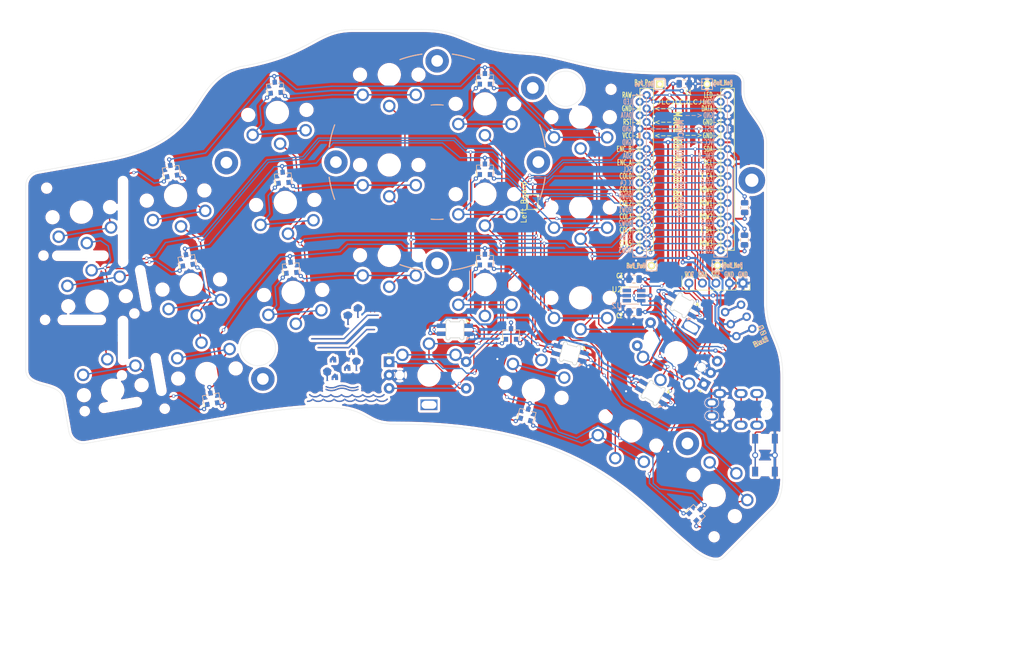
<source format=kicad_pcb>
(kicad_pcb (version 20241229) (generator "pcbnew") (generator_version "9.0")
  (title_block (title "Hillside 46 Keyboard") (date "2022-07-23") (rev "0.1.0") (company "mmccoyd") (comment 2 "The ring and pinky columns have splays of five and ten degrees.") (comment 3 "Outer pinky column is removable, and one encoder can be in two spots.") (comment 4 "A choc-spaced split keyboard with Ferris column stagger but more thumb and pinky keys.") (comment 9 "wwwwww"))
  (layers (0 "F.Cu" signal) (2 "B.Cu" signal) (13 "F.Paste" user) (15 "B.Paste" user) (5 "F.SilkS" user "F.Silkscreen") (7 "B.SilkS" user "B.Silkscreen") (1 "F.Mask" user) (3 "B.Mask" user) (25 "Edge.Cuts" user))
  (net 0 "")
  (net 1 "row0")
  (net 2 "col0")
  (net 3 "row1")
  (net 4 "row2")
  (net 5 "col1")
  (net 6 "col2")
  (net 7 "col3")
  (net 8 "unconnected-(D4-Pad2)")
  (net 9 "col4")
  (net 10 "col5")
  (net 11 "GND")
  (net 12 "reset")
  (net 13 "VCC")
  (net 14 "data")
  (net 15 "LED")
  (net 16 "Net-(D1-Pad2)")
  (net 17 "Net-(D2-Pad2)")
  (net 18 "Net-(D3-Pad2)")
  (net 19 "unconnected-(U1-Pad11)")
  (net 20 "SDA")
  (net 21 "SCL")
  (net 22 "unconnected-(J2-PadR2)")
  (net 24 "enc_a")
  (net 25 "enc_b")
  (net 26 "Net-(D7-Pad1)")
  (net 27 "Net-(D7-Pad2)")
  (net 28 "Net-(D8-Pad1)")
  (net 29 "Net-(D8-Pad2)")
  (net 30 "Net-(D9-Pad1)")
  (net 31 "Net-(D9-Pad2)")
  (net 32 "Net-(D13-Pad2)")
  (net 33 "Net-(D13-Pad1)")
  (net 34 "Net-(D11-Pad2)")
  (net 35 "Net-(D11-Pad1)")
  (net 36 "Net-(D14-Pad2)")
  (net 37 "Net-(D14-Pad1)")
  (net 38 "Net-(D10-Pad2)")
  (net 39 "Net-(D10-Pad1)")
  (net 40 "Net-(D12-Pad2)")
  (net 41 "Net-(D12-Pad1)")
  (net 42 "Net-(D15-Pad2)")
  (net 43 "Net-(D15-Pad1)")
  (net 44 "bat+")
  (net 45 "raw")
  (net 46 "VCC_ACC")
  (net 47 "unconnected-(U1-Pad7)")
  (net 48 "row3")
  (net 49 "Net-(D19-Pad1)")
  (net 50 "Net-(D20-Pad1)")
  (net 51 "Net-(D20-Pad2)")
  (net 52 "Net-(D21-Pad1)")
  (net 53 "Net-(D21-Pad2)")
  (net 54 "Net-(D19-Pad2)")
  (footprint "hillside_basic:SK6812-MINI-E" (layer "F.Cu") (at 176.505514 101.645197 -15)
    (property "Reference" "D3")
    (property "Value" "SK6812-MINI-E" (hide yes))
    (fp_line (start -1.7 1.5) (end -1.7 -1.5) (stroke (width 0.12)) (layer "Edge.Cuts"))
    (fp_line (start -0.9 -1.5) (end 0.9 -1.5) (stroke (width 0.12)) (layer "Edge.Cuts"))
    (fp_line (start 0.9 1.5) (end -0.9 1.5) (stroke (width 0.12)) (layer "Edge.Cuts"))
    (fp_line (start 1.7 -1.5) (end 1.7 1.5) (stroke (width 0.12)) (layer "Edge.Cuts"))
    (fp_arc (start -0.9 1.5) (mid -1.3 1.9) (end -1.7 1.5) (stroke (width 0.12)) (layer "Edge.Cuts"))
    (fp_arc (start -1.7 -1.5) (mid -1.3 -1.9) (end -0.9 -1.5) (stroke (width 0.12)) (layer "Edge.Cuts"))
    (fp_arc (start 1.7 1.5) (mid 1.3 1.9) (end 0.9 1.5) (stroke (width 0.12)) (layer "Edge.Cuts"))
    (fp_arc (start 0.9 -1.5) (mid 1.3 -1.9) (end 1.7 -1.5) (stroke (width 0.12)) (layer "Edge.Cuts"))
  )
  (footprint "hillside_basic:SK6812-MINI-E" (layer "F.Cu") (at 192.158038 109.067944 -30)
    (property "Reference" "D2")
    (property "Value" "SK6812-MINI-E" (hide yes))
    (fp_line (start -1.7 1.5) (end -1.7 -1.5) (stroke (width 0.12)) (layer "Edge.Cuts"))
    (fp_line (start -0.9 -1.5) (end 0.9 -1.5) (stroke (width 0.12)) (layer "Edge.Cuts"))
    (fp_line (start 0.9 1.5) (end -0.9 1.5) (stroke (width 0.12)) (layer "Edge.Cuts"))
    (fp_line (start 1.7 -1.5) (end 1.7 1.5) (stroke (width 0.12)) (layer "Edge.Cuts"))
    (fp_arc (start -0.9 1.5) (mid -1.3 1.9) (end -1.7 1.5) (stroke (width 0.12)) (layer "Edge.Cuts"))
    (fp_arc (start -1.7 -1.5) (mid -1.3 -1.9) (end -0.9 -1.5) (stroke (width 0.12)) (layer "Edge.Cuts"))
    (fp_arc (start 1.7 1.5) (mid 1.3 1.9) (end 0.9 1.5) (stroke (width 0.12)) (layer "Edge.Cuts"))
    (fp_arc (start 0.9 -1.5) (mid 1.3 -1.9) (end 1.7 -1.5) (stroke (width 0.12)) (layer "Edge.Cuts"))
  )
  (footprint "hillside:MJ-4PP-9" (layer "F.Cu") (at 202.970865 113.049066 90)
    (property "Reference" "J2")
    (property "Value" "TRRS" (hide yes))
  )
  (footprint "hillside:ProMicro_v2" (layer "F.Cu") (at 198.490865 67.509072)
    (property "Reference" "U1" (hide yes))
    (property "Value" "ProMicro_r" (hide yes))
  )
  (footprint "hillside:Tenting_Puck" (layer "F.Cu") (at 151.500866 65.649066)
    (property "Reference" "H1")
    (property "Value" "Mount_Tenting")
  )
  (footprint "hillside_basic:VIA-0.8mm" (layer "F.Cu") (at 188.919924 84.149963)
    (property "Reference" "V2" (hide yes))
    (property "Value" "Via" (hide yes))
  )
  (footprint "hillside_basic:SOT-23" (layer "F.Cu") (at 101.456044 67.265259 100)
    (property "Reference" "D7" (hide yes))
    (property "Value" "BAV70" (hide yes))
  )
  (footprint "hillside_basic:SOT-23" (layer "F.Cu") (at 109.009734 110.10439 100)
    (property "Reference" "D13" (hide yes))
    (property "Value" "BAV70" (hide yes))
  )
  (footprint "hillside:pg1350-R_hotswap" (layer "F.Cu") (at 90.458369 108.552225 10)
    (property "Reference" "K13")
    (property "Value" "SW_Key" (hide yes))
  )
  (footprint "hillside:pg1350-R_hotswap" (layer "F.Cu") (at 108.184906 105.426554 10)
    (property "Reference" "K14")
    (property "Value" "SW_Key" (hide yes))
  )
  (footprint "hillside_basic:SOT-23" (layer "F.Cu") (at 121.030955 51.619141 95)
    (property "Reference" "D8" (hide yes))
    (property "Value" "BAV70" (hide yes))
  )
  (footprint "hillside_basic:SOT-23" (layer "F.Cu") (at 104.416744 84.056225 100)
    (property "Reference" "D10" (hide yes))
    (property "Value" "BAV70" (hide yes))
  )
  (footprint "hillside:pg1350-R_hotswap" (layer "F.Cu") (at 84.554335 75.068756 -170)
    (property "Reference" "K1")
    (property "Value" "SW_Key" (hide yes))
  )
  (footprint "hillside:pg1350-R_hotswap" (layer "F.Cu") (at 121.440591 56.301255 -175)
    (property "Reference" "K3")
    (property "Value" "SW_Key" (hide yes))
  )
  (footprint "hillside:pg1350-R_hotswap" (layer "F.Cu") (at 142.490869 49.189062 180)
    (property "Reference" "K4")
    (property "Value" "SW_Key" (hide yes))
  )
  (footprint "hillside:pg1350-R_hotswap" (layer "F.Cu") (at 105.23289 88.684826 -170)
    (property "Reference" "K8")
    (property "Value" "SW_Key" (hide yes))
  )
  (footprint "hillside_basic:SOT-23" (layer "F.Cu") (at 122.512608 68.554446 95)
    (property "Reference" "D11" (hide yes))
    (property "Value" "BAV70" (hide yes))
  )
  (footprint "hillside:pg1350-R_hotswap" (layer "F.Cu") (at 122.922241 73.23656 -175)
    (property "Reference" "K9")
    (property "Value" "SW_Key" (hide yes))
  )
  (footprint "hillside:pg1350-R_hotswap" (layer "F.Cu") (at 142.490862 66.189064 180)
    (property "Reference" "K10")
    (property "Value" "SW_Key" (hide yes))
  )
  (footprint "hillside:pg1350-R_hotswap" (layer "F.Cu") (at 124.403881 90.171867 -175)
    (property "Reference" "K15")
    (property "Value" "SW_Key" (hide yes))
  )
  (footprint "hillside:pg1350-R_hotswap" (layer "F.Cu") (at 142.490864 83.189063 180)
    (property "Reference" "K16")
    (property "Value" "SW_Key" (hide yes))
  )
  (footprint "hillside_basic:SOT-23" (layer "F.Cu") (at 123.994258 85.489754 95)
    (property "Reference" "D14" (hide yes))
    (property "Value" "BAV70" (hide yes))
  )
  (footprint "hillside_basic:SOT-23" (layer "F.Cu") (at 160.490867 49.989062 90)
    (property "Reference" "D9" (hide yes))
    (property "Value" "BAV70" (hide yes))
  )
  (footprint "hillside_basic:SOT-23" (layer "F.Cu") (at 160.490867 66.98906 90)
    (property "Reference" "D12" (hide yes))
    (property "Value" "BAV70" (hide yes))
  )
  (footprint "hillside_basic:SOT-23" (layer "F.Cu") (at 160.490868 83.98906 90)
    (property "Reference" "D15" (hide yes))
    (property "Value" "BAV70" (hide yes))
  )
  (footprint "hillside:pg1350-R_hotswap" (layer "F.Cu") (at 160.490866 54.689071 180)
    (property "Reference" "K5")
    (property "Value" "SW_Key" (hide yes))
  )
  (footprint "hillside:pg1350-R_hotswap" (layer "F.Cu") (at 178.49087 57.189063 180)
    (property "Reference" "K6")
    (property "Value" "SW_Key" (hide yes))
  )
  (footprint "hillside:pg1350-R_hotswap" (layer "F.Cu") (at 160.490858 71.689068 180)
    (property "Reference" "K11")
    (property "Value" "SW_Key" (hide yes))
  )
  (footprint "hillside:pg1350-R_hotswap" (layer "F.Cu") (at 178.490862 74.189064 180)
    (property "Reference" "K12")
    (property "Value" "SW_Key" (hide yes))
  )
  (footprint "hillside:pg1350-R_hotswap" (layer "F.Cu") (at 160.490865 88.689063 180)
    (property "Reference" "K17")
    (property "Value" "SW_Key" (hide yes))
  )
  (footprint "hillside:pg1350-R_hotswap" (layer "F.Cu") (at 178.490866 91.189061 180)
    (property "Reference" "K18")
    (property "Value" "SW_Key" (hide yes))
  )
  (footprint "hillside:pg1350-DR_rotary_hotswap" (layer "F.Cu") (at 149.964739 110.211586)
    (property "Reference" "K20" (hide yes))
    (property "Value" "SW_Rotary")
  )
  (footprint "hillside:pg1350-R_hotswap" (layer "F.Cu") (at 102.280872 71.943094 -170)
    (property "Reference" "K2")
    (property "Value" "SW_Key" (hide yes))
  )
  (footprint "hillside_basic:SOT-23" (layer "F.Cu") (at 168.384424 113.115583 75)
    (property "Reference" "D20" (hide yes))
    (property "Value" "BAV70" (hide yes))
  )
  (footprint "hillside:pg1350-R_hotswap" (layer "F.Cu") (at 187.969147 116.238983 150)
    (property "Reference" "K22")
    (property "Value" "SW_Key" (hide yes))
  )
  (footprint "hillside_basic:SOT-23" (layer "F.Cu") (at 200.307811 131.703716 45)
    (property "Reference" "D21" (hide yes))
    (property "Value" "BAV70" (hide yes))
  )
  (footprint "hillside_basic:SOT-23" (layer "F.Cu") (at 165.400864 97.98907 90)
    (property "Reference" "D19" (hide yes))
    (property "Value" "BAV70" (hide yes))
  )
  (footprint "hillside:pg1350-DR_rotary_hotswap" (layer "F.Cu") (at 198.719145 97.619438 150)
    (property "Reference" "K19" (hide yes))
    (property "Value" "SW_Rotary")
  )
  (footprint "hillside:pg1350-R_hotswap" (layer "F.Cu") (at 203.631215 128.380308 -45)
    (property "Reference" "K23")
    (property "Value" "SW_Key" (hide yes))
  )
  (footprint "hillside_basic:SK6812-MINI-E" (layer "F.Cu") (at 154.848202 97.204987)
    (property "Reference" "D4")
    (property "Value" "SK6812-MINI-E" (hide yes))
    (fp_line (start -1.7 1.5) (end -1.7 -1.5) (stroke (width 0.12)) (layer "Edge.Cuts"))
    (fp_line (start -0.9 -1.5) (end 0.9 -1.5) (stroke (width 0.12)) (layer "Edge.Cuts"))
    (fp_line (start 0.9 1.5) (end -0.9 1.5) (stroke (width 0.12)) (layer "Edge.Cuts"))
    (fp_line (start 1.7 -1.5) (end 1.7 1.5) (stroke (width 0.12)) (layer "Edge.Cuts"))
    (fp_arc (start -1.7 -1.5) (mid -1.3 -1.9) (end -0.9 -1.5) (stroke (width 0.12)) (layer "Edge.Cuts"))
    (fp_arc (start -0.9 1.5) (mid -1.3 1.9) (end -1.7 1.5) (stroke (width 0.12)) (layer "Edge.Cuts"))
    (fp_arc (start 0.9 -1.5) (mid 1.3 -1.9) (end 1.7 -1.5) (stroke (width 0.12)) (layer "Edge.Cuts"))
    (fp_arc (start 1.7 1.5) (mid 1.3 1.9) (end 0.9 1.5) (stroke (width 0.12)) (layer "Edge.Cuts"))
  )
  (footprint "hillside_basic:SK6812-MINI-E" (layer "F.Cu") (at 197.592319 92.581458 -30)
    (property "Reference" "D1")
    (property "Value" "SK6812-MINI-E" (hide yes))
    (fp_line (start -1.7 1.5) (end -1.7 -1.5) (stroke (width 0.12)) (layer "Edge.Cuts"))
    (fp_line (start -0.9 -1.5) (end 0.9 -1.5) (stroke (width 0.12)) (layer "Edge.Cuts"))
    (fp_line (start 0.9 1.5) (end -0.9 1.5) (stroke (width 0.12)) (layer "Edge.Cuts"))
    (fp_line (start 1.7 -1.5) (end 1.7 1.5) (stroke (width 0.12)) (layer "Edge.Cuts"))
    (fp_arc (start -0.9 1.5) (mid -1.3 1.9) (end -1.7 1.5) (stroke (width 0.12)) (layer "Edge.Cuts"))
    (fp_arc (start -1.7 -1.5) (mid -1.3 -1.9) (end -0.9 -1.5) (stroke (width 0.12)) (layer "Edge.Cuts"))
    (fp_arc (start 1.7 1.5) (mid 1.3 1.9) (end 0.9 1.5) (stroke (width 0.12)) (layer "Edge.Cuts"))
    (fp_arc (start 0.9 -1.5) (mid 1.3 -1.9) (end 1.7 -1.5) (stroke (width 0.12)) (layer "Edge.Cuts"))
  )
  (footprint "hillside_basic:1pin_conn" (layer "F.Cu") (at 202.290867 50.979059)
    (property "Reference" "J4")
    (property "Value" "Bat_Neg")
  )
  (footprint "Jumper:SolderJumper-2_P1.3mm_Bridged_RoundedPad1.0x1.5mm" (layer "F.Cu") (at 210.720868 63.969062 -90)
    (property "Reference" "JP1")
    (property "Value" "VccJumper")
  )
  (footprint "hillside_basic:R_0805_2012Metric" (layer "F.Cu") (at 209.360866 74.209067 90)
    (property "Reference" "R2")
    (property "Value" "4.7k")
  )
  (footprint "hillside:Pimoroni_Haptic" (layer "F.Cu") (at 203.960868 77.31656)
    (property "Reference" "J1" (hide yes))
    (property "Value" "Haptic" (hide yes))
  )
  (footprint "hillside_basic:VIA-0.8mm" (layer "F.Cu") (at 187.048201 108.763922 95)
    (property "Reference" "V3" (hide yes))
    (property "Value" "Via" (hide yes))
  )
  (footprint "hillside_basic:VIA-0.8mm" (layer "F.Cu") (at 194.990862 120.139065)
    (property "Reference" "V4" (hide yes))
    (property "Value" "Via" (hide yes))
  )
  (footprint "hillside_basic:VIA-0.8mm" (layer "F.Cu") (at 162.830863 102.699065)
    (property "Reference" "V5" (hide yes))
    (property "Value" "Via" (hide yes))
  )
  (footprint "hillside_basic:C_0805_2012Metric" (layer "F.Cu") (at 197.99087 50.909069)
    (property "Reference" "C1")
    (property "Value" "4u7")
  )
  (footprint "hillside_basic:SW_SPST_SKQG_WithStem" (layer "F.Cu") (at 213.190866 120.78906 90)
    (property "Reference" "SW1")
    (property "Value" "SKQGAFE010")
  )
  (footprint "hillside:pg1350-R_hotswap" (layer "F.Cu") (at 87.506351 91.810495 10)
    (property "Reference" "K7")
    (property "Value" "SW_Key" (hide yes))
  )
  (footprint "hillside_basic:SW_SPDT_JS202011AQN" (layer "F.Cu") (at 208.240865 95.439059 -65)
    (property "Reference" "SW2")
    (property "Value" "SW_Power" (hide yes))
  )
  (footprint "hillside:Hillside_Logo" (layer "F.Cu") (at 134.103819 102.155962)
    (property "Reference" "H3")
    (property "Value" "Logo")
  )
  (footprint "hillside:MountingHole_2.2mm_with_PCB_insert_rings" (layer "F.Cu") (at 111.842403 65.751727)
    (property "Reference" "H4" (hide yes))
    (property "Value" "MountHole" (hide yes))
  )
  (footprint "hillside:MountingHole_2.2mm_with_PCB_insert_rings" (layer "F.Cu") (at 118.703427 106.452211)
    (property "Reference" "H5" (hide yes))
    (property "Value" "MountHole" (hide yes))
  )
  (footprint "hillside:MountingHole_2.2mm_with_PCB_insert_rings" (layer "F.Cu") (at 198.590866 118.589073)
    (property "Reference" "H6" (hide yes))
    (property "Value" "MountHole" (hide yes))
  )
  (footprint "hillside:MountingHole_2.2mm_with_PCB_insert_rings" (layer "F.Cu") (at 169.490866 51.689062)
    (property "Reference" "H7" (hide yes))
    (property "Value" "MountHole" (hide yes))
  )
  (footprint "hillside_basic:R_0805_2012Metric" (layer "F.Cu") (at 209.335868 80.30906 90)
    (property "Reference" "R1")
    (property "Value" "4.7k")
  )
  (footprint "hillside_basic:1pin_conn" (layer "F.Cu") (at 193.390863 50.979064)
    (property "Reference" "J3")
    (property "Value" "Bat_Pos")
  )
  (footprint "hillside:Bumpon" (layer "F.Cu") (at 78.43747 71.076797 10)
    (property "Reference" "H10" (hide yes))
    (property "Value" "Bumpon")
  )
  (footprint "hillside_basic:1pin_conn" (layer "F.Cu") (at 191.84087 85.109068)
    (property "Reference" "J5")
    (property "Value" "Bat_Pos")
  )
  (footprint "hillside_basic:ToolingHole_1.152mm" (layer "F.Cu") (at 78.023818 70.545961)
    (property "Reference" "H24" (hide yes))
    (property "Value" "ToolingHole")
  )
  (footprint "hillside:Bumpon" (layer "F.Cu") (at 133.400866 45.361877)
    (property "Reference" "H14" (hide yes))
    (property "Value" "Bumpon")
  )
  (footprint "hillside:Bumpon" (layer "F.Cu") (at 165.038132 112.395566)
    (property "Reference" "H8" (hide yes))
    (property "Value" "Bumpon")
  )
  (footprint "hillside:Bumpon" (layer "F.Cu") (at 202.719922 134.449958)
    (property "Reference" "H16" (hide yes))
    (property "Value" "Bumpon")
  )
  (footprint "hillside:Bumpon" (layer "F.Cu") (at 199.350867 55.811875)
    (property "Reference" "H21" (hide yes))
    (property "Value" "Bumpon")
  )
  (footprint "Jumper:SolderJumper-2_P1.3mm_Open_TrianglePad1.0x1.5mm" (layer "F.Cu") (at 169.490867 73.164069 -90)
    (property "Reference" "JP2")
    (property "Value" "Left_Board")
  )
  (footprint "hillside:Bumpon" (layer "F.Cu") (at 199.250867 81.311875)
    (property "Reference" "H22" (hide yes))
    (property "Value" "Bumpon")
  )
  (footprint "hillside_basic:1pin_conn" (layer "F.Cu") (at 204.250867 85.109066 180)
    (property "Reference" "J6")
    (property "Value" "Bat_Neg")
  )
  (footprint "hillside:Bumpon" (layer "F.Cu") (at 100.170004 111.343814 10)
    (property "Reference" "H2" (hide yes))
    (property "Value" "Bumpon")
  )
  (footprint "hillside:Bumpon" (layer "F.Cu") (at 212.219924 120.549958)
    (property "Reference" "H18" (hide yes))
    (property "Value" "Bumpon")
  )
  (footprint "hillside_basic:C_0805_2012Metric" (layer "F.Cu") (at 188.548202 87.663926)
    (property "Reference" "C3")
    (property "Value" "4u7")
  )
  (footprint "hillside:Bumpon" (layer "F.Cu") (at 78.492077 103.480231 10)
    (property "Reference" "H13" (hide yes))
    (property "Value" "Bumpon")
  )
  (footprint "hillside_basic:C_0805_2012Metric" (layer "F.Cu") (at 188.548201 93.863923)
    (property "Reference" "C2")
    (property "Value" "4u7")
  )
  (footprint "hillside_basic:ToolingHole_1.152mm" (layer "F.Cu") (at 203.619919 136.149962)
    (property "Reference" "H25" (hide yes))
    (property "Value" "ToolingHole")
  )
  (footprint "hillside_basic:ToolingHole_1.152mm" (layer "F.Cu") (at 184.219923 51.949958)
    (property "Reference" "H23" (hide yes))
    (property "Value" "ToolingHole")
  )
  (footprint "hillside:Bumpon" (layer "F.Cu") (at 194.519923 126.049958)
    (property "Reference" "H19" (hide yes))
    (property "Value" "Bumpon")
  )
  (footprint "hillside:Bumpon" (layer "F.Cu") (at 130.119924 106.849963 10)
    (property "Reference" "H11" (hide yes))
    (property "Value" "Bumpon")
  )
  (footprint "hillside:Bumpon" (layer "F.Cu") (at 176.750867 51.061876)
    (property "Reference" "H17" (hide yes))
    (property "Value" "Bumpon")
  )
  (footprint "hillside:Bumpon" (layer "F.Cu") (at 87.719922 113.849958 10)
    (property "Reference" "H12" (hide yes))
    (property "Value" "Bumpon")
  )
  (footprint "hillside:pg1350-R_hotswap" (layer "F.Cu") (at 169.600864 108.575724 -15)
    (property "Reference" "K21")
    (property "Value" "SW_Key" (hide yes))
  )
  (footprint "hillside:Bumpon" (layer "F.Cu") (at 117.394919 51.699963 10)
    (property "Reference" "H9" (hide yes))
    (property "Value" "Bumpon")
  )
  (footprint "hillside:Bumpon" (layer "F.Cu") (at 92.819923 68.749958 10)
    (property "Reference" "H15" (hide yes))
    (property "Value" "Bumpon")
  )
  (footprint "hillside_basic:SOT-23-6_Handsoldering_threenumbered" (layer "F.Cu") (at 188.548197 90.763924)
    (property "Reference" "U2")
    (property "Value" "SRV05-4")
  )
  (footprint "hillside_basic:VIA-0.8mm" (layer "F.Cu") (at 188.419924 96.149961)
    (property "Reference" "V1" (hide yes))
    (property "Value" "Via" (hide yes))
  )
  (footprint "hillside:Bumpon" (layer "F.Cu") (at 151.750867 45.361877)
    (property "Reference" "H20" (hide yes))
    (property "Value" "Bumpon")
  )
  (gr_line (start 148.619924 40.689064) (end 135.500862 40.689072) (stroke (width 0.05)) (layer "Edge.Cuts"))
  (gr_line (start 214.717343 130.722925) (end 205.436102 140.007053) (stroke (width 0.05)) (layer "Edge.Cuts"))
  (gr_line (start 74.075818 70.062418) (end 74.075817 104.782514) (stroke (width 0.05)) (layer "Edge.Cuts"))
  (gr_arc (start 207.240869 48.689064) (mid 208.655085 49.274863) (end 209.240859 50.689066) (stroke (width 0.05)) (layer "Edge.Cuts"))
  (gr_line (start 216.566189 124.479813) (end 216.566192 106.156053) (stroke (width 0.05)) (layer "Edge.Cuts"))
  (gr_line (start 213.490869 91.699069) (end 213.490863 61.984597) (stroke (width 0.05)) (layer "Edge.Cuts"))
  (gr_curve (pts (xy 168.169922 44.974958) (xy 156.494923 44.249959) (xy 157.019922 40.649958) (xy 148.619924 40.689064)) (stroke (width 0.05)) (layer "Edge.Cuts"))
  (gr_arc (start 85.373766 118.587613) (mid 83.318905 118.132064) (end 82.188018 116.356923) (stroke (width 0.05)) (layer "Edge.Cuts"))
  (gr_curve (pts (xy 114.469924 47.674959) (xy 104.194923 50.324958) (xy 108.969922 61.649958) (xy 89.144924 65.124958)) (stroke (width 0.05)) (layer "Edge.Cuts"))
  (gr_curve (pts (xy 214.717343 130.722925) (xy 216.410866 129.099069) (xy 216.560866 126.329067) (xy 216.566189 124.479813)) (stroke (width 0.05)) (layer "Edge.Cuts"))
  (gr_line (start 89.144924 65.124958) (end 76.344059 67.377604) (stroke (width 0.05)) (layer "Edge.Cuts"))
  (gr_curve (pts (xy 194.040859 48.68907) (xy 179.219924 48.549958) (xy 176.219924 45.449963) (xy 168.169922 44.974958)) (stroke (width 0.05)) (layer "Edge.Cuts"))
  (gr_curve (pts (xy 198.755864 137.769068) (xy 189.423464 130.266561) (xy 179.57779 114.740366) (xy 143.303816 114.965963)) (stroke (width 0.05)) (layer "Edge.Cuts"))
  (gr_curve (pts (xy 213.490863 61.984597) (xy 213.490867 58.239064) (xy 209.240866 55.939063) (xy 209.240868 52.349068)) (stroke (width 0.05)) (layer "Edge.Cuts"))
  (gr_line (start 117.321837 112.954302) (end 85.373766 118.587613) (stroke (width 0.05)) (layer "Edge.Cuts"))
  (gr_line (start 82.188018 116.356923) (end 81.109409 110.187348) (stroke (width 0.05)) (layer "Edge.Cuts"))
  (gr_line (start 209.240859 50.689066) (end 209.240868 52.349068) (stroke (width 0.05)) (layer "Edge.Cuts"))
  (gr_curve (pts (xy 143.303816 114.965963) (xy 135.633818 114.975962) (xy 141.01382 109.365959) (xy 117.321837 112.954302)) (stroke (width 0.05)) (layer "Edge.Cuts"))
  (gr_curve (pts (xy 216.566192 106.156053) (xy 216.566187 98.689068) (xy 213.490866 98.689066) (xy 213.490869 91.699069)) (stroke (width 0.05)) (layer "Edge.Cuts"))
  (gr_arc (start 74.075818 70.062418) (mid 74.721359 68.30724) (end 76.344059 67.377604) (stroke (width 0.05)) (layer "Edge.Cuts"))
  (gr_curve (pts (xy 135.500862 40.689072) (xy 128.44492 40.774961) (xy 127.994924 45.349961) (xy 114.469924 47.674959)) (stroke (width 0.05)) (layer "Edge.Cuts"))
  (gr_circle (center 117.787912 100.652347) (end 121.039741 100.078958) (stroke (width 0.05)) (fill no) (layer "Edge.Cuts"))
  (gr_line (start 207.240869 48.689064) (end 194.040859 48.68907) (stroke (width 0.05)) (layer "Edge.Cuts"))
  (gr_curve (pts (xy 81.109409 110.187348) (xy 80.391166 106.74128) (xy 74.227848 108.582514) (xy 74.075817 104.782514)) (stroke (width 0.05)) (layer "Edge.Cuts"))
  (gr_circle (center 175.675854 51.832515) (end 178.927683 51.259126) (stroke (width 0.05)) (fill no) (layer "Edge.Cuts"))
  (gr_curve (pts (xy 205.436102 140.007053) (xy 203.710859 141.669066) (xy 200.180865 139.209064) (xy 198.755864 137.769068)) (stroke (width 0.05)) (layer "Edge.Cuts"))
  (gr_text "Hillside\n  46 " (at 137.519922 94.449958 0) (layer "F.Cu") (effects (font (size 1.8 1.6) (thickness 0.24)) (justify left)))
  (gr_text "JLCJLCJLCJLC" (at 198.019923 54.34996 0) (layer "F.SilkS") (effects (font (size 0.81 1))))
  (segment (start 190.786186 72.097472) (end 190.769776 72.081068) (width 0.254) (layer "F.Cu") (net 1))
  (segment (start 190.769776 72.081068) (end 189.600867 72.08107) (width 0.254) (layer "F.Cu") (net 1))
  (segment (start 181.97799 60.220873) (end 181.647994 59.890874) (width 0.254) (layer "F.Cu") (net 1))
  (segment (start 181.994385 65.951206) (end 181.977993 65.934825) (width 0.254) (layer "F.Cu") (net 1))
  (segment (start 181.977993 65.934825) (end 181.97799 60.220873) (width 0.254) (layer "F.Cu") (net 1))
  (segment (start 185.304829 71.703153) (end 181.994385 68.392709) (width 0.254) (layer "F.Cu") (net 1))
  (segment (start 181.994385 68.392709) (end 181.994385 65.951206) (width 0.254) (layer "F.Cu") (net 1))
  (via (at 181.647994 59.890874) (size 0.6) (drill 0.4) (layers "F.Cu" "B.Cu") (net 1))
  (via (at 185.304829 71.703153) (size 0.6) (drill 0.4) (layers "F.Cu" "B.Cu") (net 1))
  (via (at 190.786186 72.097472) (size 0.6) (drill 0.4) (layers "F.Cu" "B.Cu") (net 1))
  (segment (start 107.936485 63.922813) (end 107.923219 63.941747) (width 0.254) (layer "B.Cu") (net 1))
  (segment (start 181.647994 59.890874) (end 181.244668 59.487553) (width 0.254) (layer "B.Cu") (net 1))
  (segment (start 189.600365 72.080568) (end 189.600867 72.08107) (width 0.254) (layer "B.Cu") (net 1))
  (segment (start 120.843575 49.477319) (end 119.995424 49.551521) (width 0.254) (layer "B.Cu") (net 1))
  (segment (start 155.931072 51.370876) (end 131.689615 51.370877) (width 0.254) (layer "B.Cu") (net 1))
  (segment (start 159.462882 47.839066) (end 155.931072 51.370876) (width 0.254) (layer "B.Cu") (net 1))
  (segment (start 131.689615 51.370877) (end 125.003553 51.955834) (width 0.254) (layer "B.Cu") (net 1))
  (segment (start 181.244668 59.487553) (end 173.509354 59.487552) (width 0.254) (layer "B.Cu") (net 1))
  (segment (start 107.923219 63.941747) (end 101.082702 65.147914) (width 0.254) (layer "B.Cu") (net 1))
  (segment (start 185.304829 71.703153) (end 185.682244 72.080568) (width 0.254) (layer "B.Cu") (net 1))
  (segment (start 121.935889 49.381757) (end 120.843575 49.477319) (width 0.254) (layer "B.Cu") (net 1))
  (segment (start 161.860863 47.839064) (end 159.462882 47.839066) (width 0.254) (layer "B.Cu") (net 1))
  (segment (start 192.61236 70.811063) (end 206.147264 70.811068) (width 0.254) (layer "B.Cu") (net 1))
  (segment (start 173.509354 59.487552) (end 161.860863 47.839064) (width 0.254) (layer "B.Cu") (net 1))
  (segment (start 190.786186 72.097472) (end 191.325951 72.097478) (width 0.254) (layer "B.Cu") (net 1))
  (segment (start 119.995424 49.551521) (end 107.936485 63.922813) (width 0.254) (layer "B.Cu") (net 1))
  (segment (start 191.325951 72.097478) (end 192.61236 70.811063) (width 0.254) (layer "B.Cu") (net 1))
  (segment (start 185.682244 72.080568) (end 189.600365 72.080568) (width 0.254) (layer "B.Cu") (net 1))
  (segment (start 125.003553 51.955834) (end 121.935889 49.381757) (width 0.254) (layer "B.Cu") (net 1))
  (segment (start 191.762132 69.10593) (end 190.927269 68.271065) (width 0.254) (layer "F.Cu") (net 2))
  (segment (start 92.788912 85.682515) (end 91.066558 85.682514) (width 0.254) (layer "F.Cu") (net 2))
  (segment (start 91.249426 98.205286) (end 89.160068 101.189193) (width 0.254) (layer "F.Cu") (net 2))
  (segment (start 96.815576 83.739765) (end 94.285549 84.185877) (width 0.254) (layer "F.Cu") (net 2))
  (segment (start 169.491051 69.808296) (end 169.490864 69.808485) (width 0.254) (layer "F.Cu") (net 2))
  (segment (start 89.160068 101.189193) (end 89.433847 102.741856) (width 0.254) (layer "F.Cu") (net 2))
  (segment (start 90.297972 92.809322) (end 89.018459 85.552847) (width 0.254) (layer "F.Cu") (net 2))
  (segment (start 169.490864 69.808485) (end 169.490869 72.439066) (width 0.254) (layer "F.Cu") (net 2))
  (segment (start 90.297972 92.809322) (end 91.249426 98.205286) (width 0.254) (layer "F.Cu") (net 2))
  (segment (start 94.285549 84.185877) (end 92.788912 85.682515) (width 0.254) (layer "F.Cu") (net 2))
  (segment (start 91.066558 85.682514) (end 90.649325 85.265281) (width 0.254) (layer "F.Cu") (net 2))
  (segment (start 90.649325 85.265281) (end 89.018459 85.552847) (width 0.254) (layer "F.Cu") (net 2))
  (segment (start 191.762131 69.861595) (end 191.762132 69.10593) (width 0.254) (layer "F.Cu") (net 2))
  (via (at 169.491051 69.808296) (size 0.6) (drill 0.4) (layers "F.Cu" "B.Cu") (net 2))
  (via (at 89.018459 85.552847) (size 0.6) (drill 0.4) (layers "F.Cu" "B.Cu") (net 2))
  (via (at 191.762131 69.861595) (size 0.6) (drill 0.4) (layers "F.Cu" "B.Cu") (net 2))
  (via (at 96.815576 83.739765) (size 0.6) (drill 0.4) (layers "F.Cu" "B.Cu") (net 2))
  (segment (start 90.067693 84.054387) (end 89.606027 81.436153) (width 0.254) (layer "B.Cu") (net 2))
  (segment (start 98.520221 83.43919) (end 100.384965 80.776061) (width 0.254) (layer "B.Cu") (net 2))
  (segment (start 129.499961 61.114418) (end 129.517417 61.129067) (width 0.254) (layer "B.Cu") (net 2))
  (segment (start 169.491051 69.808296) (end 171.841665 69.808296) (width 0.254) (layer "B.Cu") (net 2))
  (segment (start 100.384965 80.776061) (end 107.467577 79.527204) (width 0.254) (layer "B.Cu") (net 2))
  (segment (start 129.517417 61.129067) (end 154.800868 61.12907) (width 0.254) (layer "B.Cu") (net 2))
  (segment (start 191.762131 69.861595) (end 192.08265 69.541067) (width 0.254) (layer "B.Cu") (net 2))
  (segment (start 107.467577 79.527204) (end 113.702121 72.097165) (width 0.254) (layer "B.Cu") (net 2))
  (segment (start 89.606027 81.436153) (end 88.160414 80.423923) (width 0.254) (layer "B.Cu") (net 2))
  (segment (start 86.481826 86.000127) (end 89.018459 85.552847) (width 0.254) (layer "B.Cu") (net 2))
  (segment (start 154.800868 61.12907) (end 156.722681 63.050875) (width 0.254) (layer "B.Cu") (net 2))
  (segment (start 156.722681 63.050875) (end 162.017136 63.050877) (width 0.254) (layer "B.Cu") (net 2))
  (segment (start 129.125685 61.147161) (end 129.499961 61.114418) (width 0.254) (layer "B.Cu") (net 2))
  (segment (start 126.196096 64.638508) (end 129.125685 61.147161) (width 0.254) (layer "B.Cu") (net 2))
  (segment (start 168.77456 69.808296) (end 169.491051 69.808296) (width 0.254) (layer "B.Cu") (net 2))
  (segment (start 113.730801 72.080318) (end 119.482351 65.225881) (width 0.254) (layer "B.Cu") (net 2))
  (segment (start 96.815576 83.739765) (end 98.520221 83.43919) (width 0.254) (layer "B.Cu") (net 2))
  (segment (start 162.017136 63.050877) (end 168.77456 69.808296) (width 0.254) (layer "B.Cu") (net 2))
  (segment (start 113.720109 72.095593) (end 113.730801 72.080318) (width 0.254) (layer "B.Cu") (net 2))
  (segment (start 113.702121 72.097165) (end 113.720109 72.095593) (width 0.254) (layer "B.Cu") (net 2))
  (segment (start 171.841665 69.808296) (end 173.378895 68.271066) (width 0.254) (layer "B.Cu") (net 2))
  (segment (start 173.378895 68.271066) (end 190.927269 68.271065) (width 0.254) (layer "B.Cu") (net 2))
  (segment (start 89.018459 85.552847) (end 90.067693 84.054387) (width 0.254) (layer "B.Cu") (net 2))
  (segment (start 88.160414 80.423923) (end 85.578855 80.879126) (width 0.254) (layer "B.Cu") (net 2))
  (segment (start 192.08265 69.541067) (end 204.840869 69.541065) (width 0.254) (layer "B.Cu") (net 2))
  (segment (start 119.482351 65.225881) (end 126.196096 64.638508) (width 0.254) (layer "B.Cu") (net 2))
  (segment (start 190.774718 74.621067) (end 190.790635 74.636987) (width 0.254) (layer "F.Cu") (net 3))
  (segment (start 184.254829 71.753153) (end 187.122743 74.621067) (width 0.254) (layer "F.Cu") (net 3))
  (segment (start 187.122743 74.621067) (end 190.774718 74.621067) (width 0.254) (layer "F.Cu") (net 3))
  (via (at 184.254829 71.753153) (size 0.6) (drill 0.4) (layers "F.Cu" "B.Cu") (net 3))
  (via (at 190.790635 74.636987) (size 0.6) (drill 0.4) (layers "F.Cu" "B.Cu") (net 3))
  (segment (start 191.286447 74.636985) (end 192.572365 73.351066) (width 0.254) (layer "B.Cu") (net 3))
  (segment (start 160.490868 64.839064) (end 160.480869 64.829062) (width 0.254) (layer "B.Cu") (net 3))
  (segment (start 131.932362 62.036104) (end 131.924302 62.036809) (width 0.254) (layer "B.Cu") (net 3))
  (segment (start 131.924302 62.036809) (end 128.72217 65.852969) (width 0.254) (layer "B.Cu") (net 3))
  (segment (start 155.84466 64.829067) (end 152.51614 62.036101) (width 0.254) (layer "B.Cu") (net 3))
  (segment (start 190.790635 74.636987) (end 191.286447 74.636985) (width 0.254) (layer "B.Cu") (net 3))
  (segment (start 192.572365 73.351066) (end 206.147267 73.351064) (width 0.254) (layer "B.Cu") (net 3))
  (segment (start 108.554113 81.152297) (end 108.455337 81.160946) (width 0.254) (layer "B.Cu") (net 3))
  (segment (start 168.354952 71.603153) (end 161.590865 64.839066) (width 0.254) (layer "B.Cu") (net 3))
  (segment (start 128.72217 65.852969) (end 120.811012 66.545102) (width 0.254) (layer "B.Cu") (net 3))
  (segment (start 161.590865 64.839066) (end 160.490868 64.839064) (width 0.254) (layer "B.Cu") (net 3))
  (segment (start 184.104829 71.603153) (end 168.354952 71.603153) (width 0.254) (layer "B.Cu") (net 3))
  (segment (start 152.51614 62.036101) (end 131.932362 62.036104) (width 0.254) (layer "B.Cu") (net 3))
  (segment (start 160.480869 64.829062) (end 155.84466 64.829067) (width 0.254) (layer "B.Cu") (net 3))
  (segment (start 184.254829 71.753153) (end 184.104829 71.603153) (width 0.254) (layer "B.Cu") (net 3))
  (segment (start 108.455337 81.160946) (end 104.043399 81.938889) (width 0.254) (layer "B.Cu") (net 3))
  (segment (start 120.811012 66.545102) (end 108.554113 81.152297) (width 0.254) (layer "B.Cu") (net 3))
  (segment (start 110.435471 106.231963) (end 109.341492 100.027673) (width 0.254) (layer "F.Cu") (net 4))
  (segment (start 186.740866 81.439067) (end 186.74086 78.659067) (width 0.254) (layer "F.Cu") (net 4))
  (segment (start 108.636384 107.987054) (end 109.28686 107.87236) (width 0.254) (layer "F.Cu") (net 4))
  (segment (start 190.740869 77.179064) (end 190.72287 77.161062) (width 0.254) (layer "F.Cu") (net 4))
  (segment (start 109.28686 107.87236) (end 110.284942 106.446945) (width 0.254) (layer "F.Cu") (net 4))
  (segment (start 186.74086 78.659067) (end 188.238863 77.161065) (width 0.254) (layer "F.Cu") (net 4))
  (segment (start 109.341492 100.027673) (end 111.299972 97.23067) (width 0.254) (layer "F.Cu") (net 4))
  (segment (start 110.284942 106.446945) (end 110.435471 106.231963) (width 0.254) (layer "F.Cu") (net 4))
  (segment (start 190.72287 77.161062) (end 189.600865 77.161058) (width 0.254) (layer "F.Cu") (net 4))
  (segment (start 188.238863 77.161065) (end 189.600865 77.161058) (width 0.254) (layer "F.Cu") (net 4))
  (via (at 190.740869 77.179064) (size 0.6) (drill 0.4) (layers "F.Cu" "B.Cu") (net 4))
  (via (at 111.299972 97.23067) (size 0.6) (drill 0.4) (layers "F.Cu" "B.Cu") (net 4))
  (via (at 186.740866 81.439067) (size 0.6) (drill 0.4) (layers "F.Cu" "B.Cu") (net 4))
  (segment (start 192.5478 75.891059) (end 206.147264 75.891063) (width 0.254) (layer "B.Cu") (net 4))
  (segment (start 162.728952 82.657153) (end 185.52278 82.657153) (width 0.254) (layer "B.Cu") (net 4))
  (segment (start 122.015095 83.504699) (end 133.230876 82.523441) (width 0.254) (layer "B.Cu") (net 4))
  (segment (start 185.52278 82.657153) (end 186.740866 81.439067) (width 0.254) (layer "B.Cu") (net 4))
  (segment (start 111.948212 96.30489) (end 111.942646 96.273317) (width 0.254) (layer "B.Cu") (net 4))
  (segment (start 111.942646 96.273317) (end 115.177653 91.653252) (width 0.254) (layer "B.Cu") (net 4))
  (segment (start 160.500867 81.849061) (end 161.920861 81.849062) (width 0.254) (layer "B.Cu") (net 4))
  (segment (start 190.740869 77.179064) (end 191.259806 77.179067) (width 0.254) (layer "B.Cu") (net 4))
  (segment (start 145.390863 81.839064) (end 160.490864 81.839065) (width 0.254) (layer "B.Cu") (net 4))
  (segment (start 111.299972 97.23067) (end 111.948212 96.30489) (width 0.254) (layer "B.Cu") (net 4))
  (segment (start 161.920861 81.849062) (end 162.728952 82.657153) (width 0.254) (layer "B.Cu") (net 4))
  (segment (start 134.641773 81.112537) (end 144.664342 81.112545) (width 0.254) (layer "B.Cu") (net 4))
  (segment (start 115.177653 91.653252) (end 122.015095 83.504699) (width 0.254) (layer "B.Cu") (net 4))
  (segment (start 191.259806 77.179067) (end 192.5478 75.891059) (width 0.254) (layer "B.Cu") (net 4))
  (segment (start 144.664342 81.112545) (end 145.390863 81.839064) (width 0.254) (layer "B.Cu") (net 4))
  (segment (start 133.230876 82.523441) (end 134.641773 81.112537) (width 0.254) (layer "B.Cu") (net 4))
  (segment (start 160.490864 81.839065) (end 160.500867 81.849061) (width 0.254) (layer "B.Cu") (net 4))
  (segment (start 107.214358 82.242871) (end 107.225944 82.250988) (width 0.254) (layer "F.Cu") (net 5))
  (segment (start 157.790864 63.765563) (end 157.790865 94.37375) (width 0.254) (layer "F.Cu") (net 5))
  (segment (start 107.222477 82.231297) (end 107.214358 82.242871) (width 0.254) (layer "F.Cu") (net 5))
  (segment (start 106.873437 80.251824) (end 103.305398 77.753453) (width 0.254) (layer "F.Cu") (net 5))
  (segment (start 191.904656 71.788464) (end 190.927263 70.811062) (width 0.254) (layer "F.Cu") (net 5))
  (segment (start 107.16038 99.616183) (end 107.160383 99.616188) (width 0.254) (layer "F.Cu") (net 5))
  (segment (start 106.898879 80.396099) (end 106.873437 80.251824) (width 0.254) (layer "F.Cu") (net 5))
  (segment (start 160.348201 98.763922) (end 159.348201 99.763926) (width 0.254) (layer "F.Cu") (net 5))
  (segment (start 149.964736 102.494779) (end 155.68155 108.211585) (width 0.254) (layer "F.Cu") (net 5))
  (segment (start 106.885592 80.320764) (end 107.222477 82.231297) (width 0.254) (layer "F.Cu") (net 5))
  (segment (start 149.964741 99.811591) (end 149.964736 102.494779) (width 0.254) (layer "F.Cu") (net 5))
  (segment (start 107.225944 82.250988) (end 108.755788 90.927144) (width 0.254) (layer "F.Cu") (net 5))
  (segment (start 160.348201 96.931085) (end 160.348201 98.763922) (width 0.254) (layer "F.Cu") (net 5))
  (segment (start 191.904656 72.488776) (end 191.904656 71.788464) (width 0.254) (layer "F.Cu") (net 5))
  (segment (start 155.68155 108.211585) (end 156.964744 108.21159) (width 0.254) (layer "F.Cu") (net 5))
  (segment (start 157.790865 94.37375) (end 160.348201 96.931085) (width 0.254) (layer "F.Cu") (net 5))
  (segment (start 106.257415 94.495183) (end 107.16038 99.616183) (width 0.254) (layer "F.Cu") (net 5))
  (segment (start 108.755788 90.927144) (end 106.257415 94.495183) (width 0.254) (layer "F.Cu") (net 5))
  (via (at 191.904656 72.488776) (size 0.6) (drill 0.4) (layers "F.Cu" "B.Cu") (net 5))
  (via (at 106.898879 80.396099) (size 0.6) (drill 0.4) (layers "F.Cu" "B.Cu") (net 5))
  (via (at 157.790864 63.765563) (size 0.6) (drill 0.4) (layers "F.Cu" "B.Cu") (net 5))
  (via (at 159.348201 99.763926) (size 0.6) (drill 0.4) (layers "F.Cu" "B.Cu") (net 5))
  (segment (start 185.832865 70.811062) (end 168.987322 70.811062) (width 0.254) (layer "B.Cu") (net 5))
  (segment (start 192.312368 72.08106) (end 204.840862 72.081067) (width 0.254) (layer "B.Cu") (net 5))
  (segment (start 107.483365 80.293038) (end 106.898879 80.396099) (width 0.254) (layer "B.Cu") (net 5))
  (segment (start 159.348201 99.763926) (end 159.300534 99.811589) (width 0.254) (layer "B.Cu") (net 5))
  (segment (start 185.832867 70.811064) (end 185.832865 70.811062) (width 0.254) (layer "B.Cu") (net 5))
  (segment (start 126.422764 65.073931) (end 119.764955 65.656417) (width 0.254) (layer "B.Cu") (net 5))
  (segment (start 156.799491 63.769065) (end 154.613012 61.582586) (width 0.254) (layer "B.Cu") (net 5))
  (segment (start 129.352348 61.582582) (end 126.422764 65.073931) (width 0.254) (layer "B.Cu") (net 5))
  (segment (start 190.927263 70.811062) (end 185.832867 70.811064) (width 0.254) (layer "B.Cu") (net 5))
  (segment (start 191.904656 72.488776) (end 192.312368 72.08106) (width 0.254) (layer "B.Cu") (net 5))
  (segment (start 168.987322 70.811062) (end 161.945323 63.769063) (width 0.254) (layer "B.Cu") (net 5))
  (segment (start 119.764955 65.656417) (end 107.483365 80.293038) (width 0.254) (layer "B.Cu") (net 5))
  (segment (start 159.300534 99.811589) (end 149.964746 99.811589) (width 0.254) (layer "B.Cu") (net 5))
  (segment (start 154.613012 61.582586) (end 129.352348 61.582582) (width 0.254) (layer "B.Cu") (net 5))
  (segment (start 161.945323 63.769063) (end 156.799491 63.769065) (width 0.254) (layer "B.Cu") (net 5))
  (segment (start 169.280862 98.149065) (end 169.280867 101.029736) (width 0.254) (layer "F.Cu") (net 6))
  (segment (start 170.154829 75.453153) (end 171.763861 73.844121) (width 0.254) (layer "F.Cu") (net 6))
  (segment (start 170.154829 79.703153) (end 169.944382 79.9136) (width 0.254) (layer "F.Cu") (net 6))
  (segment (start 126.459004 81.650333) (end 123.436463 79.114112) (width 0.254) (layer "F.Cu") (net 6))
  (segment (start 169.944382 79.9136) (end 169.944382 97.485541) (width 0.254) (layer "F.Cu") (net 6))
  (segment (start 127.454327 93.026876) (end 126.459004 81.650333) (width 0.254) (layer "F.Cu") (net 6))
  (segment (start 124.879856 64.633204) (end 121.954813 62.178802) (width 0.254) (layer "F.Cu") (net 6))
  (segment (start 191.964656 74.388454) (end 190.927264 73.351063) (width 0.254) (layer "F.Cu") (net 6))
  (segment (start 170.154829 79.503153) (end 170.154829 79.703153) (width 0.254) (layer "F.Cu") (net 6))
  (segment (start 123.436463 79.114112) (end 125.890859 76.189063) (width 0.254) (layer "F.Cu") (net 6))
  (segment (start 127.454327 93.026876) (end 124.918104 96.049425) (width 0.254) (layer "F.Cu") (net 6))
  (segment (start 125.890859 76.189063) (end 124.879856 64.633204) (width 0.254) (layer "F.Cu") (net 6))
  (segment (start 169.280867 101.029736) (end 171.127896 102.876768) (width 0.254) (layer "F.Cu") (net 6))
  (segment (start 171.763861 73.844121) (end 171.763861 73.272314) (width 0.254) (layer "F.Cu") (net 6))
  (segment (start 191.964652 75.008776) (end 191.964656 74.388454) (width 0.254) (layer "F.Cu") (net 6))
  (segment (start 169.944382 97.485541) (end 169.280862 98.149065) (width 0.254) (layer "F.Cu") (net 6))
  (segment (start 171.763861 73.272314) (end 172.171125 72.86505) (width 0.254) (layer "F.Cu") (net 6))
  (segment (start 170.154829 79.503153) (end 170.154829 75.453153) (width 0.254) (layer "F.Cu") (net 6))
  (via (at 170.154829 79.503153) (size 0.6) (drill 0.4) (layers "F.Cu" "B.Cu") (net 6))
  (via (at 191.964652 75.008776) (size 0.6) (drill 0.4) (layers "F.Cu" "B.Cu") (net 6))
  (via (at 125.711495 81.023091) (size 0.6) (drill 0.4) (layers "F.Cu" "B.Cu") (net 6))
  (via (at 172.171125 72.86505) (size 0.6) (drill 0.4) (layers "F.Cu" "B.Cu") (net 6))
  (segment (start 172.171125 72.86505) (end 172.924112 72.112063) (width 0.254) (layer "B.Cu") (net 6))
  (segment (start 191.964652 75.008776) (end 192.352365 74.621067) (width 0.254) (layer "B.Cu") (net 6))
  (segment (start 192.352365 74.621067) (end 204.840867 74.621068) (width 0.254) (layer "B.Cu") (net 6))
  (segment (start 172.924112 72.112063) (end 183.663739 72.112063) (width 0.254) (layer "B.Cu") (net 6))
  (segment (start 170.154829 79.503153) (end 170.148917 79.509065) (width 0.254) (layer "B.Cu") (net 6))
  (segment (start 132.980856 79.509065) (end 126.506624 80.075491) (width 0.254) (layer "B.Cu") (net 6))
  (segment (start 184.902739 73.351063) (end 190.927264 73.351063) (width 0.254) (layer "B.Cu") (net 6))
  (segment (start 170.148917 79.509065) (end 132.980856 79.509065) (width 0.254) (layer "B.Cu") (net 6))
  (segment (start 126.506624 80.075491) (end 125.711495 81.023091) (width 0.254) (layer "B.Cu") (net 6))
  (segment (start 183.663739 72.112063) (end 184.902739 73.351063) (width 0.254) (layer "B.Cu") (net 6))
  (segment (start 181.965922 110.514334) (end 181.965922 101.214246) (width 0.254) (layer "F.Cu") (net 7))
  (segment (start 142.490866 72.089065) (end 145.440864 69.13906) (width 0.254) (layer "F.Cu") (net 7))
  (segment (start 185.019146 121.348539) (end 185.019145 113.567554) (width 0.254) (layer "F.Cu") (net 7))
  (segment (start 146.600865 84.979063) (end 142.490865 89.089068) (width 0.254) (layer "F.Cu") (net 7))
  (segment (start 145.440874 58.039063) (end 142.490863 55.08906) (width 0.254) (layer "F.Cu") (net 7))
  (segment (start 175.454829 97.753153) (end 172.154829 97.753153) (width 0.254) (layer "F.Cu") (net 7))
  (segment (start 146.600865 76.199063) (end 142.490866 72.089065) (width 0.254) (layer "F.Cu") (net 7))
  (segment (start 179.954829 99.203153) (end 176.904829 99.203153) (width 0.254) (layer "F.Cu") (net 7))
  (segment (start 176.904829 99.203153) (end 175.454829 97.753153) (width 0.254) (layer "F.Cu") (net 7))
  (segment (start 171.754829 76.253153) (end 170.990742 77.01724) (width 0.254) (layer "F.Cu") (net 7))
  (segment (start 174.004829 76.253153) (end 171.754829 76.253153) (width 0.254) (layer "F.Cu") (net 7))
  (segment (start 191.88799 76.851794) (end 190.927271 75.891064) (width 0.254) (layer "F.Cu") (net 7))
  (segment (start 185.019145 113.567554) (end 181.965922 110.514334) (width 0.254) (layer "F.Cu") (net 7))
  (segment (start 181.965922 101.214246) (end 179.954829 99.203153) (width 0.254) (layer "F.Cu") (net 7))
  (segment (start 170.990742 77.01724) (end 170.990742 80.189066) (width 0.254) (layer "F.Cu") (net 7))
  (segment (start 146.600865 76.199063) (end 146.600865 84.979063) (width 0.254) (layer "F.Cu") (net 7))
  (segment (start 191.887996 77.483585) (end 191.88799 76.851794) (width 0.254) (layer "F.Cu") (net 7))
  (segment (start 172.154829 97.753153) (end 170.990742 96.589066) (width 0.254) (layer "F.Cu") (net 7))
  (segment (start 170.990742 96.589066) (end 170.990742 80.189066) (width 0.254) (layer "F.Cu") (net 7))
  (segment (start 145.440864 69.13906) (end 145.440874 58.039063) (width 0.254) (layer "F.Cu") (net 7))
  (via (at 170.990742 80.189066) (size 0.6) (drill 0.4) (layers "F.Cu" "B.Cu") (net 7))
  (via (at 174.004829 76.253153) (size 0.6) (drill 0.4) (layers "F.Cu" "B.Cu") (net 7))
  (via (at 146.600862 80.235563) (size 0.6) (drill 0.4) (layers "F.Cu" "B.Cu") (net 7))
  (via (at 191.887996 77.483585) (size 0.6) (drill 0.4) (layers "F.Cu" "B.Cu") (net 7))
  (segment (start 191.887996 77.483585) (end 192.210505 77.161065) (width 0.254) (layer "B.Cu") (net 7))
  (segment (start 174.004829 76.253153) (end 174.104829 76.353153) (width 0.254) (layer "B.Cu") (net 7))
  (segment (start 146.647368 80.189069) (end 146.600862 80.235563) (width 0.254) (layer "B.Cu") (net 7))
  (segment (start 174.104829 76.353153) (end 187.426779 76.353153) (width 0.254) (layer "B.Cu") (net 7))
  (segment (start 187.426779 76.353153) (end 187.888869 75.891063) (width 0.254) (layer "B.Cu") (net 7))
  (segment (start 187.888869 75.891063) (end 190.927271 75.891064) (width 0.254) (layer "B.Cu") (net 7))
  (segment (start 170.990742 80.189066) (end 146.647368 80.189069) (width 0.254) (layer "B.Cu") (net 7))
  (segment (start 192.210505 77.161065) (end 204.84087 77.161066) (width 0.254) (layer "B.Cu") (net 7))
  (segment (start 151.257136 96.454987) (end 151.1482 96.563923) (width 0.254) (layer "F.Cu") (net 8))
  (segment (start 151.1482 96.563923) (end 150.948203 96.763922) (width 0.254) (layer "F.Cu") (net 8))
  (segment (start 150.948203 96.763922) (end 150.948197 97.163925) (width 0.254) (layer "F.Cu") (net 8))
  (segment (start 152.2732 96.454988) (end 151.257136 96.454987) (width 0.254) (layer "F.Cu") (net 8))
  (via (at 150.948197 97.163925) (size 0.6) (drill 0.4) (layers "F.Cu" "B.Cu") (net 8))
  (segment (start 150.948197 97.163925) (end 150.948201 97.563922) (width 0.254) (layer "B.Cu") (net 8))
  (segment (start 150.948201 97.563922) (end 151.339268 97.954992) (width 0.254) (layer "B.Cu") (net 8))
  (segment (start 151.339268 97.954992) (end 152.273201 97.954992) (width 0.254) (layer "B.Cu") (net 8))
  (segment (start 171.654829 96.403153) (end 172.304829 97.053153) (width 0.254) (layer "F.Cu") (net 9))
  (segment (start 171.654829 80.929065) (end 171.654829 96.403153) (width 0.254) (layer "F.Cu") (net 9))
  (segment (start 160.49086 77.589064) (end 163.670866 74.409068) (width 0.254) (layer "F.Cu") (net 9))
  (segment (start 163.537854 80.919064) (end 163.537863 80.636052) (width 0.254) (layer "F.Cu") (net 9))
  (segment (start 163.536865 88.812011) (end 160.49086 91.858004) (width 0.254) (layer "F.Cu") (net 9))
  (segment (start 191.788797 79.2926) (end 190.927264 78.431061) (width 0.254) (layer "F.Cu") (net 9))
  (segment (start 182.419924 100.968248) (end 182.419924 105.235645) (width 0.254) (layer "F.Cu") (net 9))
  (segment (start 177.104829 98.703153) (end 180.154829 98.703153) (width 0.254) (layer "F.Cu") (net 9))
  (segment (start 163.670868 63.769068) (end 160.490864 60.589066) (width 0.254) (layer "F.Cu") (net 9))
  (segment (start 160.49086 91.858004) (end 160.490867 94.589066) (width 0.254) (layer "F.Cu") (net 9))
  (segment (start 180.154829 98.703153) (end 182.419924 100.968248) (width 0.254) (layer "F.Cu") (net 9))
  (segment (start 182.419924 105.235645) (end 182.948201 105.763921) (width 0.254) (layer "F.Cu") (net 9))
  (segment (start 172.304829 97.053153) (end 175.454829 97.053153) (width 0.254) (layer "F.Cu") (net 9))
  (segment (start 175.454829 97.053153) (end 177.104829 98.703153) (width 0.254) (layer "F.Cu") (net 9))
  (segment (start 191.788795 79.994928) (end 191.788797 79.2926) (width 0.254) (layer "F.Cu") (net 9))
  (segment (start 163.670866 74.409068) (end 163.670868 63.769068) (width 0.254) (layer "F.Cu") (net 9))
  (segment (start 163.537854 80.919064) (end 163.536863 80.920061) (width 0.254) (layer "F.Cu") (net 9))
  (segment (start 163.537863 80.636052) (end 160.49086 77.589064) (width 0.254) (layer "F.Cu") (net 9))
  (segment (start 163.536863 80.920061) (end 163.536865 88.812011) (width 0.254) (layer "F.Cu") (net 9))
  (via (at 191.788795 79.994928) (size 0.6) (drill 0.4) (layers "F.Cu" "B.Cu") (net 9))
  (via (at 171.654829 80.929065) (size 0.6) (drill 0.4) (layers "F.Cu" "B.Cu") (net 9))
  (via (at 163.537854 80.919064) (size 0.6) (drill 0.4) (layers "F.Cu" "B.Cu") (net 9))
  (via (at 182.948201 105.763921) (size 0.6) (drill 0.4) (layers "F.Cu" "B.Cu") (net 9))
  (segment (start 192.082662 79.701065) (end 204.840865 79.701067) (width 0.254) (layer "B.Cu") (net 9))
  (segment (start 190.927264 78.431061) (end 187.598864 78.43107) (width 0.254) (layer "B.Cu") (net 9))
  (segment (start 175.610874 80.929064) (end 163.547853 80.929066) (width 0.254) (layer "B.Cu") (net 9))
  (segment (start 195.048201 115.663922) (end 199.590862 115.489064) (width 0.254) (layer "B.Cu") (net 9))
  (segment (start 182.948201 105.763921) (end 186.548202 110.963922) (width 0.254) (layer "B.Cu") (net 9))
  (segment (start 186.548202 110.963922) (end 195.048201 115.663922) (width 0.254) (layer "B.Cu") (net 9))
  (segment (start 191.788795 79.994928) (end 192.082662 79.701065) (width 0.254) (layer "B.Cu") (net 9))
  (segment (start 199.590862 115.489064) (end 201.590862 116.989064) (width 0.254) (layer "B.Cu") (net 9))
  (segment (start 187.598864 78.43107) (end 184.376781 81.653153) (width 0.254) (layer "B.Cu") (net 9))
  (segment (start 201.970866 118.829065) (end 207.803146 124.208377) (width 0.254) (layer "B.Cu") (net 9))
  (segment (start 184.376781 81.653153) (end 176.334963 81.653153) (width 0.254) (layer "B.Cu") (net 9))
  (segment (start 163.547853 80.929066) (end 163.537854 80.919064) (width 0.254) (layer "B.Cu") (net 9))
  (segment (start 176.334963 81.653153) (end 175.610874 80.929064) (width 0.254) (layer "B.Cu") (net 9))
  (segment (start 201.590862 116.989064) (end 201.970866 118.829065) (width 0.254) (layer "B.Cu") (net 9))
  (segment (start 181.540868 66.139067) (end 181.540868 77.039061) (width 0.254) (layer "F.Cu") (net 10))
  (segment (start 180.704829 82.303032) (end 180.704829 82.303153) (width 0.254) (layer "F.Cu") (net 10))
  (segment (start 180.704829 94.875099) (end 178.490866 97.089062) (width 0.254) (layer "F.Cu") (net 10))
  (segment (start 180.704829 77.8751) (end 178.490862 80.089065) (width 0.254) (layer "F.Cu") (net 10))
  (segment (start 191.636654 82.687023) (end 191.636645 81.680447) (width 0.254) (layer "F.Cu") (net 10))
  (segment (start 191.636645 81.680447) (end 190.927269 80.971072) (width 0.254) (layer "F.Cu") (net 10))
  (segment (start 193.519146 106.626107) (end 194.890862 104.139065) (width 0.254) (layer "F.Cu") (net 10))
  (segment (start 181.540868 77.039061) (end 180.704829 77.8751) (width 0.254) (layer "F.Cu") (net 10))
  (segment (start 178.490865 63.08906) (end 181.540868 66.139067) (width 0.254) (layer "F.Cu") (net 10))
  (segment (start 178.490862 80.089065) (end 180.704829 82.303032) (width 0.254) (layer "F.Cu") (net 10))
  (segment (start 180.704829 82.303153) (end 180.704829 94.875099) (width 0.254) (layer "F.Cu") (net 10))
  (via (at 194.890862 104.139065) (size 0.6) (drill 0.4) (layers "F.Cu" "B.Cu") (net 10))
  (via (at 180.704829 83.353153) (size 0.6) (drill 0.4) (layers "F.Cu" "B.Cu") (net 10))
  (via (at 191.636654 82.687023) (size 0.6) (drill 0.4) (layers "F.Cu" "B.Cu") (net 10))
  (segment (start 204.838859 82.23907) (end 204.840867 82.241067) (width 0.254) (layer "B.Cu") (net 10))
  (segment (start 191.636654 82.687023) (end 192.084598 82.239068) (width 0.254) (layer "B.Cu") (net 10))
  (segment (start 185.85897 83.353153) (end 188.241056 80.971067) (width 0.254) (layer "B.Cu") (net 10))
  (segment (start 190.43397 97.103153) (end 191.656967 95.880156) (width 0.254) (layer "B.Cu") (net 10))
  (segment (start 178.504957 97.103153) (end 190.43397 97.103153) (width 0.254) (layer "B.Cu") (net 10))
  (segment (start 191.656967 95.880156) (end 191.656969 95.851488) (width 0.254) (layer "B.Cu") (net 10))
  (segment (start 188.241056 80.971067) (end 190.927269 80.971072) (width 0.254) (layer "B.Cu") (net 10))
  (segment (start 192.048201 101.988923) (end 192.296618 102.565511) (width 0.254) (layer "B.Cu") (net 10))
  (segment (start 192.084598 82.239068) (end 204.838859 82.23907) (width 0.254) (layer "B.Cu") (net 10))
  (segment (start 192.296618 102.565511) (end 194.890862 104.139065) (width 0.254) (layer "B.Cu") (net 10))
  (segment (start 193.490863 99.339066) (end 192.048201 101.988923) (width 0.254) (layer "B.Cu") (net 10))
  (segment (start 178.490866 97.089062) (end 178.504957 97.103153) (width 0.254) (layer "B.Cu") (net 10))
  (segment (start 180.704829 83.353153) (end 185.85897 83.353153) (width 0.254) (layer "B.Cu") (net 10))
  (segment (start 191.656969 95.851488) (end 193.490863 99.339066) (width 0.254) (layer "B.Cu") (net 10))
  (segment (start 195.501178 110.09745) (end 194.741389 109.693419) (width 0.381) (layer "F.Cu") (net 11))
  (segment (start 196.228274 110.598068) (end 195.501178 110.09745) (width 0.381) (layer "F.Cu") (net 11))
  (segment (start 196.282983 111.4033) (end 196.228274 110.598068) (width 0.381) (layer "F.Cu") (net 11))
  (segment (start 158.835649 96.454986) (end 159.263794 96.883142) (width 0.381) (layer "F.Cu") (net 11))
  (segment (start 157.398211 96.454986) (end 158.835649 96.454986) (width 0.381) (layer "F.Cu") (net 11))
  (segment (start 159.2638 98.070436) (end 158.832408 98.50183) (width 0.381) (layer "F.Cu") (net 11))
  (segment (start 159.263794 96.883142) (end 159.2638 98.070436) (width 0.381) (layer "F.Cu") (net 11))
  (segment (start 201.630866 94.079068) (end 200.175691 93.206942) (width 0.381) (layer "F.Cu") (net 11))
  (segment (start 201.930857 95.139066) (end 201.630866 94.079068) (width 0.381) (layer "F.Cu") (net 11))
  (segment (start 200.090868 50.909069) (end 202.220872 50.909064) (width 0.381) (layer "F.Cu") (net 11))
  (segment (start 192.330861 57.019059) (end 192.330859 56.979066) (width 0.381) (layer "F.Cu") (net 11))
  (segment (start 192.330861 57.019059) (end 192.330862 58.309062) (width 0.381) (layer "F.Cu") (net 11))
  (segment (start 190.927258 55.575469) (end 190.927266 55.571069) (width 0.381) (layer "F.Cu") (net 11))
  (segment (start 179.951846 104.222426) (end 180.68184 104.082438) (width 0.381) (layer "F.Cu") (net 11))
  (segment (start 181.271846 102.872432) (end 180.627478 102.016794) (width 0.381) (layer "F.Cu") (net 11))
  (segment (start 202.220873 50.909064) (end 202.290867 50.979059) (width 0.381) (layer "F.Cu") (net 11))
  (segment (start 187.198202 90.763926) (end 186.033886 90.763924) (width 0.381) (layer "F.Cu") (net 11))
  (segment (start 191.488866 59.381063) (end 189.600861 59.38107) (width 0.381) (layer "F.Cu") (net 11))
  (segment (start 180.68184 104.082438) (end 181.271846 102.872432) (width 0.381) (layer "F.Cu") (net 11))
  (segment (start 180.627478 102.016794) (end 179.16274 101.580745) (width 0.381) (layer "F.Cu") (net 11))
  (segment (start 192.330859 56.979066) (end 190.927258 55.575469) (width 0.381) (layer "F.Cu") (net 11))
  (segment (start 202.619924 103.84996) (end 201.232286 104.266557) (width 0.381) (layer "F.Cu") (net 11))
  (segment (start 192.330864 58.539061) (end 191.488866 59.381063) (width 0.381) (layer "F.Cu") (net 11))
  (segment (start 200.090868 50.909069) (end 202.220873 50.909064) (width 0.381) (layer "F.Cu") (net 11))
  (segment (start 202.964333 105.266556) (end 202.619924 103.84996) (width 0.381) (layer "F.Cu") (net 11))
  (segment (start 202.220872 50.909064) (end 202.290867 50.979059) (width 0.381) (layer "F.Cu") (net 11))
  (segment (start 200.090864 50.909063) (end 200.100871 50.919069) (width 0.381) (layer "F.Cu") (net 11))
  (segment (start 189.600861 59.38107) (end 189.600867 61.921058) (width 0.381) (layer "F.Cu") (net 11))
  (segment (start 192.330862 58.309062) (end 192.330864 58.539061) (width 0.381) (layer "F.Cu") (net 11))
  (via (at 196.282983 111.4033) (size 0.8) (drill 0.4) (layers "F.Cu" "B.Cu") (net 11))
  (via (at 158.832408 98.50183) (size 0.8) (drill 0.4) (layers "F.Cu" "B.Cu") (net 11))
  (via (at 201.930857 95.139066) (size 0.8) (drill 0.4) (layers "F.Cu" "B.Cu") (net 11))
  (via (at 179.951846 104.222426) (size 0.8) (drill 0.4) (layers "F.Cu" "B.Cu") (net 11))
  (via (at 192.330862 58.309062) (size 0.8) (drill 0.4) (layers "F.Cu" "B.Cu") (net 11))
  (via (at 192.330861 57.019059) (size 0.8) (drill 0.4) (layers "F.Cu" "B.Cu") (net 11))
  (segment (start 195.63158 111.731582) (end 195.181508 111.691121) (width 0.381) (layer "B.Cu") (net 11))
  (segment (start 195.181508 111.691121) (end 193.991392 110.992456) (width 0.381) (layer "B.Cu") (net 11))
  (segment (start 196.282983 111.4033) (end 195.63158 111.731582) (width 0.381) (layer "B.Cu") (net 11))
  (segment (start 201.930857 95.139066) (end 200.740864 95.319072) (width 0.381) (layer "B.Cu") (net 11))
  (segment (start 200.740864 95.319072) (end 199.425685 94.505985) (width 0.381) (layer "B.Cu") (net 11))
  (segment (start 200.090864 50.909063) (end 202.220866 50.90907) (width 0.381) (layer "B.Cu") (net 11))
  (segment (start 158.285562 97.954985) (end 157.398204 97.954986) (width 0.381) (layer "B.Cu") (net 11))
  (segment (start 192.330861 57.019059) (end 192.508863 56.841069) (width 0.381) (layer "B.Cu") (net 11))
  (segment (start 206.147269 58.111067) (end 206.110867 58.111066) (width 0.381) (layer "B.Cu") (net 11))
  (segment (start 192.52887 58.111063) (end 192.330862 58.309062) (width 0.381) (layer "B.Cu") (net 11))
  (segment (start 206.147269 58.111067) (end 192.52887 58.111063) (width 0.381) (layer "B.Cu") (net 11))
  (segment (start 202.220866 50.90907) (end 202.290867 50.979059) (width 0.381) (layer "B.Cu") (net 11))
  (segment (start 179.951846 104.222426) (end 179.481843 103.762431) (width 0.381) (layer "B.Cu") (net 11))
  (segment (start 206.110867 58.111066) (end 204.840862 56.84106) (width 0.381) (layer "B.Cu") (net 11))
  (segment (start 187.198202 90.763926) (end 186.033886 90.763924) (width 0.381) (layer "B.Cu") (net 11))
  (segment (start 206.147268 60.651066) (end 206.147269 58.111067) (width 0.381) (layer "B.Cu") (net 11))
  (segment (start 158.832408 98.50183) (end 158.285562 97.954985) (width 0.381) (layer "B.Cu") (net 11))
  (segment (start 179.481843 103.762431) (end 178.774514 103.02963) (width 0.381) (layer "B.Cu") (net 11))
  (segment (start 192.508863 56.841069) (end 204.840862 56.84106) (width 0.381) (layer "B.Cu") (net 11))
  (segment (start 202.667991 87.876192) (end 202.66799 91.356192) (width 0.254) (layer "F.Cu") (net 12))
  (segment (start 201.037345 82.485542) (end 201.037344 86.245543) (width 0.254) (layer "F.Cu") (net 12))
  (segment (start 212.690869 116.439064) (end 211.540867 116.439065) (width 0.254) (layer "F.Cu") (net 12))
  (segment (start 211.540867 116.439065) (end 211.340863 116.639071) (width 0.254) (layer "F.Cu") (net 12))
  (segment (start 200.740862 82.189063) (end 201.037345 82.485542) (width 0.254) (layer "F.Cu") (net 12))
  (segment (start 203.898202 92.586406) (end 203.898203 98.263927) (width 0.254) (layer "F.Cu") (net 12))
  (segment (start 208.458885 107.488922) (end 212.6232 107.488921) (width 0.254) (layer "F.Cu") (net 12))
  (segment (start 211.340863 116.639071) (end 211.340863 117.689068) (width 0.254) (layer "F.Cu") (net 12))
  (segment (start 207.51992 101.885646) (end 207.519924 106.54996) (width 0.254) (layer "F.Cu") (net 12))
  (segment (start 201.037344 86.245543) (end 202.667991 87.876192) (width 0.254) (layer "F.Cu") (net 12))
  (segment (start 212.6232 107.488921) (end 214.74087 109.606592) (width 0.254) (layer "F.Cu") (net 12))
  (segment (start 200.740862 59.389066) (end 200.740862 82.189063) (width 0.254) (layer "F.Cu") (net 12))
  (segment (start 202.66799 91.356192) (end 203.898202 92.586406) (width 0.254) (layer "F.Cu") (net 12))
  (segment (start 214.740871 114.389065) (end 212.690869 116.439064) (width 0.254) (layer "F.Cu") (net 12))
  (segment (start 207.519924 106.54996) (end 208.458885 107.488922) (width 0.254) (layer "F.Cu") (net 12))
  (segment (start 214.74087 109.606592) (end 214.740871 114.389065) (width 0.254) (layer "F.Cu") (net 12))
  (segment (start 200.732873 59.381067) (end 200.740862 59.389066) (width 0.254) (layer "F.Cu") (net 12))
  (segment (start 203.898203 98.263927) (end 207.51992 101.885646) (width 0.254) (layer "F.Cu") (net 12))
  (via (at 200.732873 59.381067) (size 0.6) (drill 0.4) (layers "F.Cu" "B.Cu") (net 12))
  (segment (start 200.74887 59.381068) (end 204.840863 59.381065) (width 0.254) (layer "B.Cu") (net 12))
  (segment (start 192.192866 59.381058) (end 190.927263 58.115464) (width 0.254) (layer "B.Cu") (net 12))
  (segment (start 190.927263 58.115464) (end 190.927268 58.111069) (width 0.254) (layer "B.Cu") (net 12))
  (segment (start 200.732873 59.381067) (end 192.192866 59.381058) (width 0.254) (layer "B.Cu") (net 12))
  (segment (start 206.048201 103.063922) (end 205.698198 101.963926) (width 0.381) (layer "F.Cu") (net 13))
  (segment (start 191.619924 90.763927) (end 191.619922 92.8922) (width 0.381) (layer "F.Cu") (net 13))
  (segment (start 204.648202 101.388923) (end 203.873201 101.113922) (width 0.381) (layer "F.Cu") (net 13))
  (segment (start 190.648202 88.163926) (end 191.61992 89.135646) (width 0.381) (layer "F.Cu") (net 13))
  (segment (start 194.048199 87.663922) (end 190.6482 87.663923) (width 0.381) (layer "F.Cu") (net 13))
  (segment (start 210.695862 63.294067) (end 210.720862 63.31906) (width 0.381) (layer "F.Cu") (net 13))
  (segment (start 203.080851 110.859045) (end 203.08085 108.66893) (width 0.381) (layer "F.Cu") (net 13))
  (segment (start 203.170865 113.399062) (end 203.170865 110.949058) (width 0.381) (layer "F.Cu") (net 13))
  (segment (start 191.61992 89.135646) (end 191.619924 90.763927) (width 0.381) (layer "F.Cu") (net 13))
  (segment (start 189.898202 90.763927) (end 191.619924 90.763927) (width 0.381) (layer "F.Cu") (net 13))
  (segment (start 203.08085 108.66893) (end 203.073823 108.661905) (width 0.381) (layer "F.Cu") (net 13))
  (segment (start 203.170865 110.949058) (end 203.080851 110.859045) (width 0.381) (layer "F.Cu") (net 13))
  (segment (start 210.695862 62.474061) (end 210.695862 63.294067) (width 0.381) (layer "F.Cu") (net 13))
  (segment (start 194.950866 61.909063) (end 194.950867 86.761256) (width 0.381) (layer "F.Cu") (net 13))
  (segment (start 191.619922 92.8922) (end 190.648201 93.863921) (width 0.381) (layer "F.Cu") (net 13))
  (segment (start 190.6482 87.663923) (end 190.648202 88.163926) (width 0.381) (layer "F.Cu") (net 13))
  (segment (start 204.840862 61.921067) (end 210.142863 61.921063) (width 0.381) (layer "F.Cu") (net 13))
  (segment (start 203.07382 108.375962) (end 206.048201 103.063922) (width 0.381) (layer "F.Cu") (net 13))
  (segment (start 194.950867 86.761256) (end 194.048199 87.663922) (width 0.381) (layer "F.Cu") (net 13))
  (segment (start 203.073823 108.661905) (end 203.07382 108.375962) (width 0.381) (layer "F.Cu") (net 13))
  (segment (start 205.698198 101.963926) (end 204.648202 101.388923) (width 0.381) (layer "F.Cu") (net 13))
  (segment (start 210.142863 61.921063) (end 210.695862 62.474061) (width 0.381) (layer "F.Cu") (net 13))
  (via (at 194.950866 61.909063) (size 0.8) (drill 0.4) (layers "F.Cu" "B.Cu") (net 13))
  (via (at 191.619924 90.763927) (size 0.8) (drill 0.4) (layers "F.Cu" "B.Cu") (net 13))
  (via (at 203.873201 101.113922) (size 0.8) (drill 0.4) (layers "F.Cu" "B.Cu") (net 13))
  (segment (start 190.927265 60.675459) (end 192.160862 61.909059) (width 0.381) (layer "B.Cu") (net 13))
  (segment (start 190.927267 60.651059) (end 190.927265 60.675459) (width 0.381) (layer "B.Cu") (net 13))
  (segment (start 203.873201 101.113922) (end 200.398198 101.113926) (width 0.381) (layer "B.Cu") (net 13))
  (segment (start 204.840862 61.921067) (end 196.962862 61.921062) (width 0.381) (layer "B.Cu") (net 13))
  (segment (start 192.160862 61.909059) (end 196.930864 61.909062) (width 0.381) (layer "B.Cu") (net 13))
  (segment (start 200.398198 101.113926) (end 193.148201 93.863922) (width 0.381) (layer "B.Cu") (net 13))
  (segment (start 193.148201 93.863922) (end 190.648201 93.863921) (width 0.381) (layer "B.Cu") (net 13))
  (segment (start 196.962862 61.921062) (end 196.940866 61.899059) (width 0.381) (layer "B.Cu") (net 13))
  (segment (start 189.898202 90.763927) (end 191.619924 90.763927) (width 0.381) (layer "B.Cu") (net 13))
  (segment (start 196.930864 61.909062) (end 196.940866 61.899059) (width 0.381) (layer "B.Cu") (net 13))
  (segment (start 206.973201 106.988922) (end 206.9732 102.338922) (width 0.254) (layer "F.Cu") (net 14))
  (segment (start 188.798203 89.813927) (end 189.898201 89.813921) (width 0.254) (layer "F.Cu") (net 14))
  (segment (start 208.670864 109.19906) (end 206.973203 107.501404) (width 0.254) (layer "F.Cu") (net 14))
  (segment (start 189.898201 89.213927) (end 189.898201 89.813921) (width 0.254) (layer "F.Cu") (net 14))
  (segment (start 195.768061 86.944065) (end 195.768055 55.569067) (width 0.254) (layer "F.Cu") (net 14))
  (segment (start 188.5482 90.063921) (end 188.798203 89.813927) (width 0.254) (layer "F.Cu") (net 14))
  (segment (start 193.7482 88.963922) (end 195.768061 86.944065) (width 0.254) (layer "F.Cu") (net 14))
  (segment (start 205.3482 100.713921) (end 205.2232 100.713922) (width 0.254) (layer "F.Cu") (net 14))
  (segment (start 206.9732 102.338922) (end 205.910701 101.276427) (width 0.254) (layer "F.Cu") (net 14))
  (segment (start 190.048203 89.063922) (end 189.898201 89.213927) (width 0.254) (layer "F.Cu") (net 14))
  (segment (start 206.973203 107.501404) (end 206.973201 106.988922) (width 0.254) (layer "F.Cu") (net 14))
  (segment (start 208.703816 115.116106) (end 208.670862 115.149062) (width 0.254) (layer "F.Cu") (net 14))
  (segment (start 190.048202 88.989424) (end 190.048203 89.063922) (width 0.254) (layer "F.Cu") (net 14))
  (segment (start 208.703822 109.345963) (end 208.703816 115.116106) (width 0.254) (layer "F.Cu") (net 14))
  (segment (start 205.910701 101.276427) (end 205.3482 100.713921) (width 0.254) (layer "F.Cu") (net 14))
  (segment (start 188.548197 90.763924) (end 188.5482 90.063921) (width 0.254) (layer "F.Cu") (net 14))
  (via (at 188.548197 90.763924) (size 0.6) (drill 0.4) (layers "F.Cu" "B.Cu") (net 14))
  (via (at 193.7482 88.963922) (size 0.6) (drill 0.4) (layers "F.Cu" "B.Cu") (net 14))
  (via (at 190.048202 88.989424) (size 0.6) (drill 0.4) (layers "F.Cu" "B.Cu") (net 14))
  (via (at 205.2232 100.713922) (size 0.6) (drill 0.4) (layers "F.Cu" "B.Cu") (net 14))
  (via (at 195.768055 55.569067) (size 0.6) (drill 0.4) (layers "F.Cu" "B.Cu") (net 14))
  (segment (start 192.47086 55.569063) (end 191.198863 56.841068) (width 0.254) (layer "B.Cu") (net 14))
  (segment (start 199.340867 55.639059) (end 199.270865 55.56907) (width 0.254) (layer "B.Cu") (net 14))
  (segment (start 199.270865 55.56907) (end 195.768055 55.569067) (width 0.254) (layer "B.Cu") (net 14))
  (segment (start 205.2232 100.713922) (end 204.319924 100.349958) (width 0.254) (layer "B.Cu") (net 14))
  (segment (start 193.7482 88.963922) (end 193.722703 88.989419) (width 0.254) (layer "B.Cu") (net 14))
  (segment (start 193.722703 88.989419) (end 190.048202 88.989424) (width 0.254) (layer "B.Cu") (net 14))
  (segment (start 199.340867 55.639059) (end 199.408868 55.571061) (width 0.254) (layer "B.Cu") (net 14))
  (segment (start 192.673202 92.563926) (end 190.048202 92.563921) (width 0.254) (layer "B.Cu") (net 14))
  (segment (start 188.548203 91.463924) (end 188.798202 91.713921) (width 0.254) (layer "B.Cu") (net 14))
  (segment (start 200.496692 100.387411) (end 192.673202 92.563926) (width 0.254) (layer "B.Cu") (net 14))
  (segment (start 190.048202 92.563921) (end 189.898203 92.413926) (width 0.254) (layer "B.Cu") (net 14))
  (segment (start 189.898203 92.413926) (end 189.8982 91.713921) (width 0.254) (layer "B.Cu") (net 14))
  (segment (start 188.548197 90.763924) (end 188.548203 91.463924) (width 0.254) (layer "B.Cu") (net 14))
  (segment (start 188.798202 91.713921) (end 189.8982 91.713921) (width 0.254) (layer "B.Cu") (net 14))
  (segment (start 195.768055 55.569067) (end 192.47086 55.569063) (width 0.254) (layer "B.Cu") (net 14))
  (segment (start 191.198863 56.841068) (end 189.60086 56.841065) (width 0.254) (layer "B.Cu") (net 14))
  (segment (start 199.408868 55.571061) (end 206.147266 55.571069) (width 0.254) (layer "B.Cu") (net 14))
  (segment (start 204.319924 100.349958) (end 200.496692 100.387411) (width 0.254) (layer "B.Cu") (net 14))
  (segment (start 199.425685 94.505985) (end 200.931007 94.528925) (width 0.254) (layer "F.Cu") (net 15))
  (segment (start 195.230868 53.029067) (end 196.398202 54.1964) (width 0.254) (layer "F.Cu") (net 15))
  (segment (start 199.003588 90.342446) (end 200.475824 91.814682) (width 0.254) (layer "F.Cu") (net 15))
  (segment (start 196.3982 88.580295) (end 198.160346 90.342442) (width 0.254) (layer "F.Cu") (net 15))
  (segment (start 196.398202 54.1964) (end 196.3982 88.580295) (width 0.254) (layer "F.Cu") (net 15))
  (segment (start 198.160346 90.342442) (end 199.003588 90.342446) (width 0.254) (layer "F.Cu") (net 15))
  (via (at 200.931007 94.528925) (size 0.6) (drill 0.4) (layers "F.Cu" "B.Cu") (net 15))
  (via (at 200.475824 91.814682) (size 0.6) (drill 0.4) (layers "F.Cu" "B.Cu") (net 15))
  (via (at 195.230868 53.029067) (size 0.6) (drill 0.4) (layers "F.Cu" "B.Cu") (net 15))
  (segment (start 200.475824 91.814682) (end 200.475827 92.906802) (width 0.254) (layer "B.Cu") (net 15))
  (segment (start 200.475827 92.906802) (end 200.175691 93.206942) (width 0.254) (layer "B.Cu") (net 15))
  (segment (start 200.931007 94.528925) (end 200.715828 93.911391) (width 0.254) (layer "B.Cu") (net 15))
  (segment (start 195.230868 53.029067) (end 192.460871 53.029063) (width 0.254) (layer "B.Cu") (net 15))
  (segment (start 195.232862 53.031065) (end 206.147264 53.031065) (width 0.254) (layer "B.Cu") (net 15))
  (segment (start 191.196648 54.301064) (end 189.60087 54.301068) (width 0.254) (layer "B.Cu") (net 15))
  (segment (start 192.015777 53.481939) (end 191.196648 54.301064) (width 0.254) (layer "B.Cu") (net 15))
  (segment (start 192.460871 53.029063) (end 192.015775 53.474148) (width 0.254) (layer "B.Cu") (net 15))
  (segment (start 195.230868 53.029067) (end 195.232862 53.031065) (width 0.254) (layer "B.Cu") (net 15))
  (segment (start 192.015775 53.474148) (end 192.015777 53.481939) (width 0.254) (layer "B.Cu") (net 15))
  (segment (start 195.433634 110.910881) (end 193.991392 110.992456) (width 0.254) (layer "F.Cu") (net 16))
  (segment (start 194.130797 90.450788) (end 195.758956 90.656942) (width 0.254) (layer "F.Cu") (net 16))
  (segment (start 196.548202 105.113925) (end 196.773202 106.463926) (width 0.254) (layer "F.Cu") (net 16))
  (segment (start 195.348202 97.913924) (end 193.423201 101.013921) (width 0.254) (layer "F.Cu") (net 16))
  (segment (start 196.223202 94.913926) (end 195.348202 97.913924) (width 0.254) (layer "F.Cu") (net 16))
  (segment (start 196.773202 106.463926) (end 195.390864 108.689066) (width 0.254) (layer "F.Cu") (net 16))
  (segment (start 193.423201 101.013921) (end 193.423201 102.138924) (width 0.254) (layer "F.Cu") (net 16))
  (segment (start 196.073198 104.363924) (end 196.548202 105.113925) (width 0.254) (layer "F.Cu") (net 16))
  (via (at 195.433634 110.910881) (size 0.6) (drill 0.4) (layers "F.Cu" "B.Cu") (net 16))
  (via (at 194.130797 90.450788) (size 0.6) (drill 0.4) (layers "F.Cu" "B.Cu") (net 16))
  (via (at 196.073198 104.363924) (size 0.6) (drill 0.4) (layers "F.Cu" "B.Cu") (net 16))
  (via (at 196.223202 94.913926) (size 0.6) (drill 0.4) (layers "F.Cu" "B.Cu") (net 16))
  (via (at 195.390864 108.689066) (size 0.6) (drill 0.4) (layers "F.Cu" "B.Cu") (net 16))
  (via (at 193.423201 102.138924) (size 0.6) (drill 0.4) (layers "F.Cu" "B.Cu") (net 16))
  (segment (start 195.205617 109.978931) (end 195.190802 110.004594) (width 0.254) (layer "B.Cu") (net 16))
  (segment (start 195.190802 110.004594) (end 195.433634 110.910881) (width 0.254) (layer "B.Cu") (net 16))
  (segment (start 194.746933 109.71411) (end 195.205617 109.978931) (width 0.254) (layer "B.Cu") (net 16))
  (segment (start 194.741389 109.693419) (end 194.746933 109.71411) (width 0.254) (layer "B.Cu") (net 16))
  (segment (start 194.426973 92.865171) (end 194.987307 91.943483) (width 0.254) (layer "B.Cu") (net 16))
  (segment (start 194.763045 109.705926) (end 194.741391 109.693422) (width 0.254) (layer "B.Cu") (net 16))
  (segment (start 194.426974 93.017694) (end 194.426973 92.865171) (width 0.254) (layer "B.Cu") (net 16))
  (segment (start 196.223202 94.913926) (end 196.223199 94.813927) (width 0.254) (layer "B.Cu") (net 16))
  (segment (start 195.7232 103.788922) (end 195.654872 103.638923) (width 0.254) (layer "B.Cu") (net 16))
  (segment (start 196.073198 104.363924) (end 195.7232 103.788922) (width 0.254) (layer "B.Cu") (net 16))
  (segment (start 195.654872 103.638923) (end 194.073202 102.613926) (width 0.254) (layer "B.Cu") (net 16))
  (segment (start 196.223199 94.813927) (end 194.426974 93.017694) (width 0.254) (layer "B.Cu") (net 16))
  (segment (start 194.987307 91.943483) (end 195.008955 91.955982) (width 0.254) (layer "B.Cu") (net 16))
  (segment (start 194.460869 91.229064) (end 194.130797 90.450788) (width 0.254) (layer "B.Cu") (net 16))
  (segment (start 195.008955 91.955982) (end 194.460869 91.229064) (width 0.254) (layer "B.Cu") (net 16))
  (segment (start 194.073202 102.613926) (end 193.423201 102.138924) (width 0.254) (layer "B.Cu") (net 16))
  (segment (start 195.390864 108.689066) (end 194.763045 109.705926) (width 0.254) (layer "B.Cu") (net 16))
  (segment (start 189.92062 106.910149) (end 188.894989 107.184969) (width 0.254) (layer "F.Cu") (net 17))
  (segment (start 190.324661 107.143427) (end 189.92062 106.910149) (width 0.254) (layer "F.Cu") (net 17))
  (segment (start 180.391846 102.902436) (end 179.721842 102.892429) (width 0.254) (layer "F.Cu") (net 17))
  (segment (start 179.721842 102.892429) (end 178.774514 103.02963) (width 0.254) (layer "F.Cu") (net 17))
  (via (at 188.894989 107.184969) (size 0.6) (drill 0.4) (layers "F.Cu" "B.Cu") (net 17))
  (via (at 180.391846 102.902436) (size 0.6) (drill 0.4) (layers "F.Cu" "B.Cu") (net 17))
  (segment (start 189.574667 108.442464) (end 189.169216 108.208379) (width 0.254) (layer "B.Cu") (net 17))
  (segment (start 189.169216 108.208379) (end 188.894989 107.184969) (width 0.254) (layer "B.Cu") (net 17))
  (segment (start 188.010863 107.29906) (end 182.255736 104.182493) (width 0.254) (layer "B.Cu") (net 17))
  (segment (start 188.894989 107.184969) (end 188.869094 107.159064) (width 0.254) (layer "B.Cu") (net 17))
  (segment (start 182.255736 104.182493) (end 181.450592 103.667548) (width 0.254) (layer "B.Cu") (net 17))
  (segment (start 188.869094 107.159064) (end 188.010863 107.29906) (width 0.254) (layer "B.Cu") (net 17))
  (segment (start 179.991843 102.282434) (end 179.16274 101.580745) (width 0.254) (layer "B.Cu") (net 17))
  (segment (start 181.450592 103.667548) (end 180.391846 102.902436) (width 0.254) (layer "B.Cu") (net 17))
  (segment (start 180.391846 102.902436) (end 179.991843 102.282434) (width 0.254) (layer "B.Cu") (net 17))
  (segment (start 157.832896 97.954988) (end 157.398204 97.954986) (width 0.254) (layer "F.Cu") (net 18))
  (segment (start 170.517513 100.004405) (end 170.452908 99.892506) (width 0.254) (layer "F.Cu") (net 18))
  (segment (start 158.573301 97.21458) (end 157.832896 97.954988) (width 0.254) (layer "F.Cu") (net 18))
  (segment (start 172.771847 100.622436) (end 172.771842 100.532429) (width 0.254) (layer "F.Cu") (net 18))
  (segment (start 172.771847 100.622436) (end 172.7623 100.605893) (width 0.254) (layer "F.Cu") (net 18))
  (segment (start 172.771842 100.532429) (end 174.236523 100.260764) (width 0.254) (layer "F.Cu") (net 18))
  (segment (start 172.7623 100.605893) (end 171.684965 100.317222) (width 0.254) (layer "F.Cu") (net 18))
  (segment (start 171.684965 100.317222) (end 170.517513 100.004405) (width 0.254) (layer "F.Cu") (net 18))
  (via (at 158.573301 97.21458) (size 0.6) (drill 0.4) (layers "F.Cu" "B.Cu") (net 18))
  (via (at 172.771847 100.622436) (size 0.6) (drill 0.4) (layers "F.Cu" "B.Cu") (net 18))
  (via (at 170.452908 99.892506) (size 0.6) (drill 0.4) (layers "F.Cu" "B.Cu") (net 18))
  (segment (start 157.813699 96.454986) (end 158.573301 97.21458) (width 0.254) (layer "B.Cu") (net 18))
  (segment (start 157.398211 96.454986) (end 157.813699 96.454986) (width 0.254) (layer "B.Cu") (net 18))
  (segment (start 168.030864 97.999063) (end 164.280859 98.039068) (width 0.254) (layer "B.Cu") (net 18))
  (segment (start 172.771847 100.622436) (end 173.848292 101.70966) (width 0.254) (layer "B.Cu") (net 18))
  (segment (start 169.66122 99.369791) (end 168.030864 97.999063) (width 0.254) (layer "B.Cu") (net 18))
  (segment (start 159.397785 98.039064) (end 158.573301 97.21458) (width 0.254) (layer "B.Cu") (net 18))
  (segment (start 170.452908 99.892506) (end 169.66122 99.369791) (width 0.254) (layer "B.Cu") (net 18))
  (segment (start 164.280859 98.039068) (end 159.397785 98.039064) (width 0.254) (layer "B.Cu") (net 18))
  (segment (start 190.731813 79.701068) (end 189.600865 79.701067) (width 0.254) (layer "F.Cu") (net 19))
  (segment (start 190.740864 79.710111) (end 190.731813 79.701068) (width 0.254) (layer "F.Cu") (net 19))
  (via (at 190.740864 79.710111) (size 0.6) (drill 0.4) (layers "F.Cu" "B.Cu") (net 19))
  (segment (start 190.740864 79.710111) (end 191.1869 79.710111) (width 0.254) (layer "B.Cu") (net 19))
  (segment (start 191.529083 79.367928) (end 191.644814 79.36793) (width 0.254) (layer "B.Cu") (net 19))
  (segment (start 192.58168 78.431064) (end 206.147271 78.431062) (width 0.254) (layer "B.Cu") (net 19))
  (segment (start 191.1869 79.710111) (end 191.529083 79.367928) (width 0.254) (layer "B.Cu") (net 19))
  (segment (start 191.644814 79.36793) (end 192.58168 78.431064) (width 0.254) (layer "B.Cu") (net 19))
  (segment (start 200.515902 82.674936) (end 200.515898 87.511596) (width 0.254) (layer "F.Cu") (net 20))
  (segment (start 200.515898 87.511596) (end 201.420862 88.416568) (width 0.254) (layer "F.Cu") (net 20))
  (segment (start 200.040866 82.199909) (end 200.515902 82.674936) (width 0.254) (layer "F.Cu") (net 20))
  (segment (start 190.74087 64.479069) (end 190.722867 64.461071) (width 0.254) (layer "F.Cu") (net 20))
  (segment (start 200.040865 63.189063) (end 200.040866 82.199909) (width 0.254) (layer "F.Cu") (net 20))
  (segment (start 190.722867 64.461071) (end 189.600863 64.461063) (width 0.254) (layer "F.Cu") (net 20))
  (via (at 200.040865 63.189063) (size 0.6) (drill 0.4) (layers "F.Cu" "B.Cu") (net 20))
  (via (at 190.74087 64.479069) (size 0.6) (drill 0.4) (layers "F.Cu" "B.Cu") (net 20))
  (segment (start 191.3298 64.479067) (end 190.74087 64.479069) (width 0.254) (layer "B.Cu") (net 20))
  (segment (start 206.147265 63.191067) (end 207.804871 64.848678) (width 0.254) (layer "B.Cu") (net 20))
  (segment (start 192.619803 63.189066) (end 191.3298 64.479067) (width 0.254) (layer "B.Cu") (net 20))
  (segment (start 200.042867 63.191063) (end 206.147265 63.191067) (width 0.254) (layer "B.Cu") (net 20))
  (segment (start 200.040865 63.189063) (end 192.619803 63.189066) (width 0.254) (layer "B.Cu") (net 20))
  (segment (start 200.040865 63.189063) (end 200.042867 63.191063) (width 0.254) (layer "B.Cu") (net 20))
  (segment (start 207.804871 64.848678) (end 207.804873 70.553079) (width 0.254) (layer "B.Cu") (net 20))
  (segment (start 207.804873 70.553079) (end 209.360869 72.109068) (width 0.254) (layer "B.Cu") (net 20))
  (segment (start 190.871054 67.004797) (end 190.867317 67.001062) (width 0.254) (layer "F.Cu") (net 21))
  (segment (start 201.490864 65.729067) (end 201.490868 85.946565) (width 0.254) (layer "F.Cu") (net 21))
  (segment (start 201.490868 85.946565) (end 203.960872 88.416565) (width 0.254) (layer "F.Cu") (net 21))
  (segment (start 190.867317 67.001062) (end 189.600869 67.001065) (width 0.254) (layer "F.Cu") (net 21))
  (via (at 190.871054 67.004797) (size 0.6) (drill 0.4) (layers "F.Cu" "B.Cu") (net 21))
  (via (at 201.490864 65.729067) (size 0.6) (drill 0.4) (layers "F.Cu" "B.Cu") (net 21))
  (segment (start 207.350861 76.224062) (end 209.335865 78.209062) (width 0.254) (layer "B.Cu") (net 21))
  (segment (start 192.806791 65.72907) (end 201.490864 65.729067) (width 0.254) (layer "B.Cu") (net 21))
  (segment (start 201.490864 65.729067) (end 201.492867 65.731067) (width 0.254) (layer "B.Cu") (net 21))
  (segment (start 207.35086 66.934663) (end 207.350861 76.224062) (width 0.254) (layer "B.Cu") (net 21))
  (segment (start 201.492867 65.731067) (end 206.14727 65.731062) (width 0.254) (layer "B.Cu") (net 21))
  (segment (start 191.531057 67.004801) (end 192.806791 65.72907) (width 0.254) (layer "B.Cu") (net 21))
  (segment (start 206.14727 65.731062) (end 207.35086 66.934663) (width 0.254) (layer "B.Cu") (net 21))
  (segment (start 190.871054 67.004797) (end 191.531057 67.004801) (width 0.254) (layer "B.Cu") (net 21))
  (segment (start 211.670861 109.199064) (end 211.670864 115.149071) (width 0.254) (layer "F.Cu") (net 22))
  (segment (start 199.523201 105.24048) (end 199.523201 104.388922) (width 0.254) (layer "F.Cu") (net 24))
  (segment (start 164.757988 88.18737) (end 168.024358 84.921011) (width 0.254) (layer "F.Cu") (net 24))
  (segment (start 202.723203 98.363927) (end 202.7232 93.138921) (width 0.254) (layer "F.Cu") (net 24))
  (segment (start 168.024358 84.921011) (end 168.024354 69.911495) (width 0.254) (layer "F.Cu") (net 24))
  (segment (start 192.071058 67.464798) (end 192.071052 66.874851) (width 0.254) (layer "F.Cu") (net 24))
  (segment (start 197.048201 67.003725) (end 197.050865 67.001061) (width 0.254) (layer "F.Cu") (net 24))
  (segment (start 168.024354 69.911495) (end 168.961057 68.974797) (width 0.254) (layer "F.Cu") (net 24))
  (segment (start 192.071052 66.874851) (end 190.927264 65.731061) (width 0.254) (layer "F.Cu") (net 24))
  (segment (start 197.048203 84.144286) (end 197.048201 67.003725) (width 0.254) (layer "F.Cu") (net 24))
  (segment (start 202.7232 93.138921) (end 199.4732 89.888921) (width 0.254) (layer "F.Cu") (net 24))
  (segment (start 199.523201 104.388922) (end 202.648203 98.438926) (width 0.254) (layer "F.Cu") (net 24))
  (segment (start 199.4732 89.888921) (end 198.348201 89.888922) (width 0.254) (layer "F.Cu") (net 24))
  (segment (start 196.950867 88.491588) (end 196.950867 84.241622) (width 0.254) (layer "F.Cu") (net 24))
  (segment (start 198.348201 89.888922) (end 196.950867 88.491588) (width 0.254) (layer "F.Cu") (net 24))
  (segment (start 158.873924 102.31494) (end 163.917989 97.270868) (width 0.254) (layer "F.Cu") (net 24))
  (segment (start 163.91799 90.751891) (end 164.757989 89.911898) (width 0.254) (layer "F.Cu") (net 24))
  (segment (start 201.714335 107.431618) (end 199.523201 105.24048) (width 0.254) (layer "F.Cu") (net 24))
  (segment (start 196.950867 84.241622) (end 197.048203 84.144286) (width 0.254) (layer "F.Cu") (net 24))
  (segment (start 158.873922 105.030954) (end 158.873924 102.31494) (width 0.254) (layer "F.Cu") (net 24))
  (segment (start 163.917989 97.270868) (end 163.91799 90.751891) (width 0.254) (layer "F.Cu") (net 24))
  (segment (start 164.757989 89.911898) (end 164.757988 88.18737) (width 0.254) (layer "F.Cu") (net 24))
  (segment (start 158.53742 105.367461) (end 158.873922 105.030954) (width 0.254) (layer "F.Cu") (net 24))
  (segment (start 202.648203 98.438926) (end 202.723203 98.363927) (width 0.254) (layer "F.Cu") (net 24))
  (via (at 197.050865 67.001061) (size 0.6) (drill 0.4) (layers "F.Cu" "B.Cu") (net 24))
  (via (at 158.53742 105.367461) (size 0.6) (drill 0.4) (layers "F.Cu" "B.Cu") (net 24))
  (via (at 168.961057 68.974797) (size 0.6) (drill 0.4) (layers "F.Cu" "B.Cu") (net 24))
  (via (at 192.071058 67.464798) (size 0.6) (drill 0.4) (layers "F.Cu" "B.Cu") (net 24))
  (segment (start 192.53479 67.001068) (end 194.352863 67.001064) (width 0.254) (layer "B.Cu") (net 24))
  (segment (start 143.781552 103.211591) (end 142.46474 103.211591) (width 0.254) (layer "B.Cu") (net 24))
  (segment (start 152.55455 104.484585) (end 151.619924 103.549959) (width 0.254) (layer "B.Cu") (net 24))
  (segment (start 156.154548 104.484586) (end 152.55455 104.484585) (width 0.254) (layer "B.Cu") (net 24))
  (segment (start 172.378327 68.629582) (end 175.276848 65.731061) (width 0.254) (layer "B.Cu") (net 24))
  (segment (start 144.119924 103.549963) (end 143.781552 103.211591) (width 0.254) (layer "B.Cu") (net 24))
  (segment (start 175.276848 65.731061) (end 190.927264 65.731061) (width 0.254) (layer "B.Cu") (net 24))
  (segment (start 194.352863 67.001064) (end 204.840859 67.001065) (width 0.254) (layer "B.Cu") (net 24))
  (segment (start 168.961057 68.974797) (end 169.30628 68.629574) (width 0.254) (layer "B.Cu") (net 24))
  (segment (start 158.53742 105.367461) (end 157.037422 105.367461) (width 0.254) (layer "B.Cu") (net 24))
  (segment (start 192.071058 67.464798) (end 192.53479 67.001068) (width 0.254) (layer "B.Cu") (net 24))
  (segment (start 157.037422 105.367461) (end 156.154548 104.484586) (width 0.254) (layer "B.Cu") (net 24))
  (segment (start 169.30628 68.629574) (end 172.378327 68.629582) (width 0.254) (layer "B.Cu") (net 24))
  (segment (start 151.619924 103.549959) (end 144.119924 103.549963) (width 0.254) (layer "B.Cu") (net 24))
  (segment (start 191.907989 64.171786) (end 190.927268 63.191059) (width 0.254) (layer "F.Cu") (net 25))
  (segment (start 200.057382 89.523106) (end 200.05738 83.173101) (width 0.254) (layer "F.Cu") (net 25))
  (segment (start 164.304471 87.914396) (end 164.304472 89.723361) (width 0.254) (layer "F.Cu") (net 25))
  (segment (start 168.901053 68.134802) (end 168.851058 68.134792) (width 0.254) (layer "F.Cu") (net 25))
  (segment (start 202.623203 101.510358) (end 202.6232 100.613922) (width 0.254) (layer "F.Cu") (net 25))
  (segment (start 164.304472 89.723361) (end 163.464474 90.563355) (width 0.254) (layer "F.Cu") (net 25))
  (segment (start 158.419921 104.598952) (end 155.707994 107.310877) (width 0.254) (layer "F.Cu") (net 25))
  (segment (start 202.6232 100.613922) (end 203.223201 98.563921) (width 0.254) (layer "F.Cu") (net 25))
  (segment (start 200.498202 89.963921) (end 200.057382 89.523106) (width 0.254) (layer "F.Cu") (net 25))
  (segment (start 158.419924 101.865428) (end 158.419921 104.598952) (width 0.254) (layer "F.Cu") (net 25))
  (segment (start 168.851058 68.134792) (end 167.424838 69.561008) (width 0.254) (layer "F.Cu") (net 25))
  (segment (start 167.424843 84.794025) (end 164.304471 87.914396) (width 0.254) (layer "F.Cu") (net 25))
  (segment (start 191.907988 64.86087) (end 191.907989 64.171786) (width 0.254) (layer "F.Cu") (net 25))
  (segment (start 203.223203 92.688927) (end 200.498202 89.963921) (width 0.254) (layer "F.Cu") (net 25))
  (segment (start 163.464474 90.563355) (end 163.464475 96.820879) (width 0.254) (layer "F.Cu") (net 25))
  (segment (start 204.214336 103.101489) (end 202.623203 101.510358) (width 0.254) (layer "F.Cu") (net 25))
  (segment (start 203.223201 98.563921) (end 203.223203 92.688927) (width 0.254) (layer "F.Cu") (net 25))
  (segment (start 199.414362 82.530088) (end 199.414362 64.461066) (width 0.254) (layer "F.Cu") (net 25))
  (segment (start 200.05738 83.173101) (end 199.435703 82.551427) (width 0.254) (layer "F.Cu") (net 25))
  (segment (start 163.464475 96.820879) (end 158.419924 101.865428) (width 0.254) (layer "F.Cu") (net 25))
  (segment (start 199.435703 82.551427) (end 199.414362 82.530088) (width 0.254) (layer "F.Cu") (net 25))
  (segment (start 167.424838 69.561008) (end 167.424843 84.794025) (width 0.254) (layer "F.Cu") (net 25))
  (via (at 199.414362 64.461066) (size 0.6) (drill 0.4) (layers "F.Cu" "B.Cu") (net 25))
  (via (at 191.907988 64.86087) (size 0.6) (drill 0.4) (layers "F.Cu" "B.Cu") (net 25))
  (via (at 168.901053 68.134802) (size 0.6) (drill 0.4) (layers "F.Cu" "B.Cu") (net 25))
  (via (at 155.707994 107.310877) (size 0.6) (drill 0.4) (layers "F.Cu" "B.Cu") (net 25))
  (segment (start 191.907988 64.86087) (end 192.307803 64.461066) (width 0.254) (layer "B.Cu") (net 25))
  (segment (start 155.707994 107.310877) (end 154.807281 108.211585) (width 0.254) (layer "B.Cu") (net 25))
  (segment (start 195.062867 64.461062) (end 204.840873 64.461063) (width 0.254) (layer "B.Cu") (net 25))
  (segment (start 175.112704 65.253153) (end 172.190275 68.175582) (width 0.254) (layer "B.Cu") (net 25))
  (segment (start 172.190275 68.175582) (end 168.941831 68.175572) (width 0.254) (layer "B.Cu") (net 25))
  (segment (start 184.272701 65.253153) (end 175.112704 65.253153) (width 0.254) (layer "B.Cu") (net 25))
  (segment (start 168.941831 68.175572) (end 168.901053 68.134802) (width 0.254) (layer "B.Cu") (net 25))
  (segment (start 190.927268 63.191059) (end 186.334789 63.191065) (width 0.254) (layer "B.Cu") (net 25))
  (segment (start 192.307803 64.461066) (end 195.062867 64.461062) (width 0.254) (layer "B.Cu") (net 25))
  (segment (start 154.807281 108.211585) (end 142.464743 108.211584) (width 0.254) (layer "B.Cu") (net 25))
  (segment (start 186.334789 63.191065) (end 184.272701 65.253153) (width 0.254) (layer "B.Cu") (net 25))
  (segment (start 88.408291 68.671895) (end 94.409495 67.613724) (width 0.254) (layer "F.Cu") (net 26))
  (segment (start 87.404929 70.104848) (end 88.408291 68.671895) (width 0.254) (layer "F.Cu") (net 26))
  (segment (start 88.255805 74.930406) (end 87.404929 70.104848) (width 0.254) (layer "F.Cu") (net 26))
  (segment (start 90.138235 77.94278) (end 89.797405 76.009848) (width 0.254) (layer "F.Cu") (net 26))
  (segment (start 89.797405 76.009848) (end 88.255805 74.930406) (width 0.254) (layer "F.Cu") (net 26))
  (via (at 94.409495 67.613724) (size 0.6) (drill 0.4) (layers "F.Cu" "B.Cu") (net 26))
  (segment (start 94.409495 67.613724) (end 95.198669 67.47457) (width 0.254) (layer "B.Cu") (net 26))
  (segment (start 98.24592 69.608278) (end 100.085756 69.283867) (width 0.254) (layer "B.Cu") (net 26))
  (segment (start 95.198669 67.47457) (end 98.24592 69.608278) (width 0.254) (layer "B.Cu") (net 26))
  (segment (start 105.837472 73.397596) (end 105.229708 69.95076) (width 0.254) (layer "F.Cu") (net 27))
  (segment (start 107.864771 74.817119) (end 105.837472 73.397596) (width 0.254) (layer "F.Cu") (net 27))
  (segment (start 105.229708 69.95076) (end 103.43409 68.693468) (width 0.254) (layer "F.Cu") (net 27))
  (segment (start 116.790814 60.522572) (end 118.436177 58.561707) (width 0.254) (layer "B.Cu") (net 28))
  (segment (start 118.436177 58.561707) (end 118.135485 55.12484) (width 0.254) (layer "B.Cu") (net 28))
  (segment (start 118.135485 55.12484) (end 119.489954 53.510643) (width 0.254) (layer "B.Cu") (net 28))
  (segment (start 137.490864 52.989065) (end 131.704919 52.98906) (width 0.254) (layer "B.Cu") (net 29))
  (segment (start 122.877014 53.214316) (end 123.467455 53.709753) (width 0.254) (layer "B.Cu") (net 29))
  (segment (start 123.467455 53.709753) (end 131.704919 52.98906) (width 0.254) (layer "B.Cu") (net 29))
  (segment (start 158.030867 55.949068) (end 158.030864 52.499063) (width 0.254) (layer "B.Cu") (net 30))
  (segment (start 158.030864 52.499063) (end 158.790863 51.739066) (width 0.254) (layer "B.Cu") (net 30))
  (segment (start 155.490864 58.489062) (end 158.030867 55.949068) (width 0.254) (layer "B.Cu") (net 30))
  (segment (start 162.190867 51.73906) (end 164.782826 51.739062) (width 0.254) (layer "B.Cu") (net 31))
  (segment (start 164.782826 51.739062) (end 173.490867 60.447101) (width 0.254) (layer "B.Cu") (net 31))
  (segment (start 173.490867 60.447101) (end 173.490865 60.98907) (width 0.254) (layer "B.Cu") (net 31))
  (segment (start 112.521649 109.342025) (end 111.306113 102.448375) (width 0.254) (layer "F.Cu") (net 32))
  (segment (start 110.987787 111.532602) (end 112.521649 109.342025) (width 0.254) (layer "F.Cu") (net 32))
  (segment (start 111.306113 102.448375) (end 112.449081 100.816039) (width 0.254) (layer "F.Cu") (net 32))
  (segment (start 98.263483 109.625254) (end 97.618925 105.969781) (width 0.254) (layer "F.Cu") (net 33))
  (segment (start 97.618925 105.969781) (end 94.722546 103.941713) (width 0.254) (layer "F.Cu") (net 33))
  (segment (start 99.047737 110.174395) (end 98.263483 109.625254) (width 0.254) (layer "F.Cu") (net 33))
  (segment (start 101.90368 109.670815) (end 99.047737 110.174395) (width 0.254) (layer "F.Cu") (net 33))
  (via (at 101.90368 109.670815) (size 0.6) (drill 0.4) (layers "F.Cu" "B.Cu") (net 33))
  (segment (start 106.90808 112.221057) (end 107.604182 112.098314) (width 0.254) (layer "B.Cu") (net 33))
  (segment (start 102.991917 109.47893) (end 106.90808 112.221057) (width 0.254) (layer "B.Cu") (net 33))
  (segment (start 101.90368 109.670815) (end 102.991917 109.47893) (width 0.254) (layer "B.Cu") (net 33))
  (segment (start 107.604182 112.098314) (end 107.639444 112.123001) (width 0.254) (layer "B.Cu") (net 33))
  (segment (start 124.358658 70.149622) (end 124.875898 70.583637) (width 0.254) (layer "B.Cu") (net 34))
  (segment (start 124.875898 70.583637) (end 131.674708 69.988823) (width 0.254) (layer "B.Cu") (net 34))
  (segment (start 137.490864 69.989061) (end 131.67494 69.989066) (width 0.254) (layer "B.Cu") (net 34))
  (segment (start 131.67494 69.989066) (end 131.674708 69.988823) (width 0.254) (layer "B.Cu") (net 34))
  (segment (start 118.27246 77.457883) (end 120.008728 75.388681) (width 0.254) (layer "B.Cu") (net 35))
  (segment (start 120.008728 75.388681) (end 119.708034 71.951813) (width 0.254) (layer "B.Cu") (net 35))
  (segment (start 119.708034 71.951813) (end 120.971596 70.445949) (width 0.254) (layer "B.Cu") (net 35))
  (segment (start 126.44313 87.590761) (end 133.320509 86.989065) (width 0.254) (layer "B.Cu") (net 36))
  (segment (start 125.84031 87.084937) (end 126.44313 87.590761) (width 0.254) (layer "B.Cu") (net 36))
  (segment (start 137.490863 86.989066) (end 133.320509 86.989065) (width 0.254) (layer "B.Cu") (net 36))
  (segment (start 119.754109 94.39319) (end 121.290381 92.562326) (width 0.254) (layer "B.Cu") (net 37))
  (segment (start 121.290381 92.562326) (end 120.989693 89.125462) (width 0.254) (layer "B.Cu") (net 37))
  (segment (start 120.989693 89.125462) (end 122.453245 87.381262) (width 0.254) (layer "B.Cu") (net 37))
  (segment (start 107.804241 89.389008) (end 107.217302 86.060354) (width 0.254) (layer "B.Cu") (net 38))
  (segment (start 107.217302 86.060354) (end 106.394799 85.484434) (width 0.254) (layer "B.Cu") (net 38))
  (segment (start 110.932067 91.579139) (end 107.804241 89.389008) (width 0.254) (layer "B.Cu") (net 38))
  (segment (start 94.91687 84.886899) (end 97.369763 84.454388) (width 0.254) (layer "F.Cu") (net 39))
  (segment (start 91.770526 87.199983) (end 93.512279 86.892865) (width 0.254) (layer "F.Cu") (net 39))
  (segment (start 93.512279 86.892865) (end 94.91687 84.886899) (width 0.254) (layer "F.Cu") (net 39))
  (via (at 97.369763 84.454388) (size 0.6) (drill 0.4) (layers "F.Cu" "B.Cu") (net 39))
  (segment (start 97.369763 84.454388) (end 98.56066 84.244401) (width 0.254) (layer "B.Cu") (net 39))
  (segment (start 98.56066 84.244401) (end 101.551307 86.338474) (width 0.254) (layer "B.Cu") (net 39))
  (segment (start 101.551307 86.338474) (end 103.046455 86.074839) (width 0.254) (layer "B.Cu") (net 39))
  (segment (start 164.830868 68.739059) (end 173.490869 77.399069) (width 0.254) (layer "B.Cu") (net 40))
  (segment (start 173.490869 77.399069) (end 173.490873 77.989068) (width 0.254) (layer "B.Cu") (net 40))
  (segment (start 162.190864 68.73906) (end 164.830868 68.739059) (width 0.254) (layer "B.Cu") (net 40))
  (segment (start 157.990868 72.989068) (end 157.990869 69.539065) (width 0.254) (layer "B.Cu") (net 41))
  (segment (start 155.490865 75.48906) (end 157.990868 72.989068) (width 0.254) (layer "B.Cu") (net 41))
  (segment (start 157.990869 69.539065) (end 158.790864 68.739064) (width 0.254) (layer "B.Cu") (net 41))
  (segment (start 164.990862 85.739069) (end 162.190858 85.739064) (width 0.254) (layer "B.Cu") (net 42))
  (segment (start 173.490866 94.989066) (end 173.490868 94.239063) (width 0.254) (layer "B.Cu") (net 42))
  (segment (start 173.490868 94.239063) (end 164.990862 85.739069) (width 0.254) (layer "B.Cu") (net 42))
  (segment (start 158.17086 89.809067) (end 158.170869 86.359065) (width 0.254) (layer "B.Cu") (net 43))
  (segment (start 158.170869 86.359065) (end 158.790865 85.739064) (width 0.254) (layer "B.Cu") (net 43))
  (segment (start 155.490864 92.489065) (end 158.17086 89.809067) (width 0.254) (layer "B.Cu") (net 43))
  (segment (start 198.39086 83.279062) (end 198.800864 83.689061) (width 0.381) (layer "F.Cu") (net 44))
  (segment (start 197.519924 52.249963) (end 198.390862 53.120899) (width 0.381) (layer "F.Cu") (net 44))
  (segment (start 198.390862 53.120899) (end 198.39086 83.279062) (width 0.381) (layer "F.Cu") (net 44))
  (via (at 197.519924 52.249963) (size 0.8) (drill 0.4) (layers "F.Cu" "B.Cu") (net 44))
  (via (at 198.800864 83.689061) (size 0.8) (drill 0.4) (layers "F.Cu" "B.Cu") (net 44))
  (segment (start 204.390862 86.979063) (end 205.200878 87.789075) (width 0.381) (layer "B.Cu") (net 44))
  (segment (start 194.561757 52.149961) (end 193.390863 50.979064) (width 0.381) (layer "B.Cu") (net 44))
  (segment (start 197.419923 52.149959) (end 194.561757 52.149961) (width 0.381) (layer "B.Cu") (net 44))
  (segment (start 198.800864 83.689061) (end 200.210871 83.689059) (width 0.381) (layer "B.Cu") (net 44))
  (segment (start 198.800864 83.689061) (end 198.790866 83.69907) (width 0.381) (layer "B.Cu") (net 44))
  (segment (start 205.338183 96.136382) (end 206.745461 96.136386) (width 0.381) (layer "B.Cu") (net 44))
  (segment (start 204.811388 92.648542) (end 204.431877 93.028056) (width 0.381) (layer "B.Cu") (net 44))
  (segment (start 204.811378 90.198608) (end 204.811388 92.648542) (width 0.381) (layer "B.Cu") (net 44))
  (segment (start 200.210871 83.689059) (end 203.50087 86.979064) (width 0.381) (layer "B.Cu") (net 44))
  (segment (start 198.790866 83.69907) (end 193.250866 83.699063) (width 0.381) (layer "B.Cu") (net 44))
  (segment (start 197.519924 52.249963) (end 197.419923 52.149959) (width 0.381) (layer "B.Cu") (net 44))
  (segment (start 204.431877 93.028056) (end 204.431873 95.230074) (width 0.381) (layer "B.Cu") (net 44))
  (segment (start 193.250866 83.699063) (end 191.84087 85.109068) (width 0.381) (layer "B.Cu") (net 44))
  (segment (start 205.200881 89.809114) (end 204.811378 90.198608) (width 0.381) (layer "B.Cu") (net 44))
  (segment (start 203.50087 86.979064) (end 204.390862 86.979063) (width 0.381) (layer "B.Cu") (net 44))
  (segment (start 205.200878 87.789075) (end 205.200881 89.809114) (width 0.381) (layer "B.Cu") (net 44))
  (segment (start 204.431873 95.230074) (end 205.338183 96.136382) (width 0.381) (layer "B.Cu") (net 44))
  (segment (start 192.230863 54.299063) (end 190.962868 53.031065) (width 0.381) (layer "F.Cu") (net 45))
  (segment (start 197.720864 84.499061) (end 197.740864 84.479063) (width 0.381) (layer "F.Cu") (net 45))
  (segment (start 190.962868 53.031065) (end 190.927269 53.031065) (width 0.381) (layer "F.Cu") (net 45))
  (segment (start 197.740864 84.479063) (end 197.74087 54.369071) (width 0.381) (layer "F.Cu") (net 45))
  (segment (start 195.890866 52.519063) (end 195.890863 50.909068) (width 0.381) (layer "F.Cu") (net 45))
  (segment (start 192.230863 54.299063) (end 195.620866 50.909065) (width 0.381) (layer "F.Cu") (net 45))
  (segment (start 195.620866 50.909065) (end 195.890863 50.909068) (width 0.381) (layer "F.Cu") (net 45))
  (segment (start 197.74087 54.369071) (end 195.890866 52.519063) (width 0.381) (layer "F.Cu") (net 45))
  (via (at 192.230863 54.299063) (size 0.8) (drill 0.4) (layers "F.Cu" "B.Cu") (net 45))
  (via (at 197.720864 84.499061) (size 0.8) (drill 0.4) (layers "F.Cu" "B.Cu") (net 45))
  (segment (start 206.713954 98.40216) (end 207.802011 98.402162) (width 0.381) (layer "B.Cu") (net 45))
  (segment (start 202.720854 87.509059) (end 202.720856 88.9302) (width 0.381) (layer "B.Cu") (net 45))
  (segment (start 199.710864 84.49906) (end 202.720854 87.509059) (width 0.381) (layer "B.Cu") (net 45))
  (segment (start 204.230865 90.439062) (end 204.230869 92.408088) (width 0.381) (layer "B.Cu") (net 45))
  (segment (start 192.232862 54.301066) (end 204.840863 54.301062) (width 0.381) (layer "B.Cu") (net 45))
  (segment (start 192.230863 54.299063) (end 192.232862 54.301066) (width 0.381) (layer "B.Cu") (net 45))
  (segment (start 197.720864 84.499061) (end 199.710864 84.49906) (width 0.381) (layer "B.Cu") (net 45))
  (segment (start 202.720856 88.9302) (end 203.447235 89.656581) (width 0.381) (layer "B.Cu") (net 45))
  (segment (start 203.851354 92.787595) (end 203.851356 95.539556) (width 0.381) (layer "B.Cu") (net 45))
  (segment (start 203.851356 95.539556) (end 206.713954 98.40216) (width 0.381) (layer "B.Cu") (net 45))
  (segment (start 203.448371 89.656575) (end 204.230865 90.439062) (width 0.381) (layer "B.Cu") (net 45))
  (segment (start 204.230869 92.408088) (end 203.851354 92.787595) (width 0.381) (layer "B.Cu") (net 45))
  (segment (start 203.447235 89.656581) (end 203.448371 89.656575) (width 0.381) (layer "B.Cu") (net 45))
  (segment (start 193.170864 89.909071) (end 193.410872 90.789065) (width 0.381) (layer "F.Cu") (net 46))
  (segment (start 193.410872 90.789065) (end 194.050866 91.369073) (width 0.381) (layer "F.Cu") (net 46))
  (segment (start 194.050866 91.369073) (end 195.008951 91.955978) (width 0.381) (layer "F.Cu") (net 46))
  (segment (start 207.780864 65.98907) (end 210.190865 65.989065) (width 0.381) (layer "F.Cu") (net 46))
  (segment (start 207.310869 66.779067) (end 207.300861 66.789061) (width 0.381) (layer "F.Cu") (net 46))
  (segment (start 194.44086 98.039064) (end 191.34086 103.572037) (width 0.381) (layer "F.Cu") (net 46))
  (segment (start 209.360865 76.309066) (end 207.350862 76.309063) (width 0.381) (layer "F.Cu") (net 46))
  (segment (start 187.958606 107.240061) (end 188.284189 107.697411) (width 0.381) (layer "F.Cu") (net 46))
  (segment (start 207.740875 87.902936) (end 207.740875 89.129062) (width 0.381) (layer "F.Cu") (net 46))
  (segment (start 210.190865 65.989065) (end 210.695861 65.484063) (width 0.381) (layer "F.Cu") (net 46))
  (segment (start 207.325865 66.75907) (end 207.325868 66.444067) (width 0.381) (layer "F.Cu") (net 46))
  (segment (start 207.300868 87.462925) (end 207.740875 87.902936) (width 0.381) (layer "F.Cu") (net 46))
  (segment (start 203.42737 90.739069) (end 203.417361 90.749064) (width 0.381) (layer "F.Cu") (net 46))
  (segment (start 188.116099 106.417555) (end 187.958606 107.240061) (width 0.381) (layer "F.Cu") (net 46))
  (segment (start 189.09087 104.889071) (end 188.116099 106.417555) (width 0.381) (layer "F.Cu") (net 46))
  (segment (start 150.216247 97.811877) (end 150.359361 97.954991) (width 0.381) (layer "F.Cu") (net 46))
  (segment (start 206.130865 90.739065) (end 203.42737 90.739069) (width 0.381) (layer "F.Cu") (net 46))
  (segment (start 207.300861 66.789061) (end 207.300868 87.462925) (width 0.381) (layer "F.Cu") (net 46))
  (segment (start 194.987307 91.943483) (end 194.473203 92.788921) (width 0.381) (layer "F.Cu") (net 46))
  (segment (start 171.731843 101.082431) (end 173.824144 101.703183) (width 0.381) (layer "F.Cu") (net 46))
  (segment (start 188.284189 107.697411) (end 189.574667 108.442464) (width 0.381) (layer "F.Cu") (net 46))
  (segment (start 194.473203 92.788921) (end 194.44086 98.039064) (width 0.381) (layer "F.Cu") (net 46))
  (segment (start 207.325868 66.444067) (end 207.780864 65.98907) (width 0.381) (layer "F.Cu") (net 46))
  (segment (start 191.34086 103.572037) (end 189.09087 104.889071) (width 0.381) (layer "F.Cu") (net 46))
  (segment (start 150.359361 97.954991) (end 152.273202 97.954991) (width 0.381) (layer "F.Cu") (net 46))
  (segment (start 209.335862 82.409069) (end 207.305861 82.40907) (width 0.381) (layer "F.Cu") (net 46))
  (segment (start 210.695861 65.484063) (end 210.695867 64.76907) (width 0.381) (layer "F.Cu") (net 46))
  (segment (start 207.740875 89.129062) (end 206.130865 90.739065) (width 0.381) (layer "F.Cu") (net 46))
  (via (at 188.116099 106.417555) (size 0.8) (drill 0.4) (layers "F.Cu" "B.Cu") (net 46))
  (via (at 203.417361 90.749064) (size 0.8) (drill 0.4) (layers "F.Cu" "B.Cu") (net 46))
  (via (at 193.170864 89.909071) (size 0.8) (drill 0.4) (layers "F.Cu" "B.Cu") (net 46))
  (via (at 150.216247 97.811877) (size 0.8) (drill 0.4) (layers "F.Cu" "B.Cu") (net 46))
  (via (at 171.731843 101.082431) (size 0.8) (drill 0.4) (layers "F.Cu" "B.Cu") (net 46))
  (segment (start 194.31086 89.679061) (end 195.412544 90.456942) (width 0.381) (layer "B.Cu") (net 46))
  (segment (start 172.191847 99.962432) (end 172.651847 99.882433) (width 0.381) (layer "B.Cu") (net 46))
  (segment (start 150.357133 96.454989) (end 152.2732 96.454988) (width 0.381) (layer "B.Cu") (net 46))
  (segment (start 200.353365 89.889067) (end 201.213369 90.749067) (width 0.381) (layer "B.Cu") (net 46))
  (segment (start 198.880867 88.416561) (end 198.880866 89.839063) (width 0.381) (layer "B.Cu") (net 46))
  (segment (start 195.737307 90.644441) (end 196.220861 89.889069) (width 0.381) (layer "B.Cu") (net 46))
  (segment (start 194.31086 89.679061) (end 193.400869 89.679066) (width 0.381) (layer "B.Cu") (net 46))
  (segment (start 152.273203 95.795579) (end 152.273208 96.454984) (width 0.381) (layer "B.Cu") (net 46))
  (segment (start 172.651847 99.882433) (end 174.236523 100.260764) (width 0.381) (layer "B.Cu") (net 46))
  (segment (start 198.880866 89.839063) (end 198.830865 89.889065) (width 0.381) (layer "B.Cu") (net 46))
  (segment (start 169.336699 95.666737) (end 168.569023 94.899062) (width 0.381) (layer "B.Cu") (net 46))
  (segment (start 158.193343 94.909066) (end 153.159722 94.90907) (width 0.381) (layer "B.Cu") (net 46))
  (segment (start 198.830865 89.889065) (end 200.353365 89.889067) (width 0.381) (layer "B.Cu") (net 46))
  (segment (start 174.61462 99.193931) (end 174.271842 100.202433) (width 0.381) (layer "B.Cu") (net 46))
  (segment (start 180.187485 100.326797) (end 181.147129 100.583933) (width 0.381) (layer "B.Cu") (net 46))
  (segment (start 171.801849 100.56243) (end 172.191847 99.962432) (width 0.381) (layer "B.Cu") (net 46))
  (segment (start 159.47334 96.189061) (end 158.193343 94.909066) (width 0.381) (layer "B.Cu") (net 46))
  (segment (start 171.079152 98.714452) (end 169.336696 95.696429) (width 0.381) (layer "B.Cu") (net 46))
  (segment (start 169.336696 95.696429) (end 169.336699 95.666737) (width 0.381) (layer "B.Cu") (net 46))
  (segment (start 189.0356 106.399181) (end 190.324661 107.143427) (width 0.381) (layer "B.Cu") (net 46))
  (segment (start 161.523063 96.189066) (end 159.47334 96.189061) (width 0.381) (layer "B.Cu") (net 46))
  (segment (start 162.813064 94.899057) (end 161.523063 96.189066) (width 0.381) (layer "B.Cu") (net 46))
  (segment (start 175.377487 99.046794) (end 174.61462 99.193931) (width 0.381) (layer "B.Cu") (net 46))
  (segment (start 150.1482 96.663921) (end 150.357133 96.454989) (width 0.381) (layer "B.Cu") (net 46))
  (segment (start 181.147129 100.583933) (end 182.805728 103.456712) (width 0.381) (layer "B.Cu") (net 46))
  (segment (start 196.220861 89.889069) (end 198.830865 89.889065) (width 0.381) (layer "B.Cu") (net 46))
  (segment (start 150.1482 97.743828) (end 150.1482 96.663921) (width 0.381) (layer "B.Cu") (net 46))
  (segment (start 188.116099 106.417555) (end 182.805728 103.456712) (width 0.381) (layer "B.Cu") (net 46))
  (segment (start 188.116099 106.417555) (end 188.588614 106.380065) (width 0.381) (layer "B.Cu") (net 46))
  (segment (start 193.400869 89.679066) (end 193.170864 89.909071) (width 0.381) (layer "B.Cu") (net 46))
  (segment (start 172.191847 99.962432) (end 171.079152 98.714452) (width 0.381) (layer "B.Cu") (net 46))
  (segment (start 180.187485 100.326797) (end 175.377487 99.046794) (width 0.381) (layer "B.Cu") (net 46))
  (segment (start 168.569023 94.899062) (end 162.813064 94.899057) (width 0.381) (layer "B.Cu") (net 46))
  (segment (start 171.731843 101.082431) (end 171.801849 100.56243) (width 0.381) (layer "B.Cu") (net 46))
  (segment (start 188.588614 106.380065) (end 189.0356 106.399181) (width 0.381) (layer "B.Cu") (net 46))
  (segment (start 201.213369 90.749067) (end 203.417361 90.749064) (width 0.381) (layer "B.Cu") (net 46))
  (segment (start 153.159722 94.90907) (end 152.273203 95.795579) (width 0.381) (layer "B.Cu") (net 46))
  (segment (start 150.216247 97.811877) (end 150.1482 97.743828) (width 0.381) (layer "B.Cu") (net 46))
  (segment (start 190.790865 69.539062) (end 190.788863 69.541067) (width 0.254) (layer "F.Cu") (net 47))
  (segment (start 190.788863 69.541067) (end 189.600866 69.541073) (width 0.254) (layer "F.Cu") (net 47))
  (via (at 190.790865 69.539062) (size 0.6) (drill 0.4) (layers "F.Cu" "B.Cu") (net 47))
  (segment (start 191.198654 69.53906) (end 192.466652 68.271065) (width 0.254) (layer "B.Cu") (net 47))
  (segment (start 190.790865 69.539062) (end 191.198654 69.53906) (width 0.254) (layer "B.Cu") (net 47))
  (segment (start 192.466652 68.271065) (end 206.14727 68.271065) (width 0.254) (layer "B.Cu") (net 47))
  (segment (start 181.904829 96.120556) (end 181.904829 88.507292) (width 0.254) (layer "F.Cu") (net 48))
  (segment (start 190.688862 82.241072) (end 190.690868 82.239067) (width 0.254) (layer "F.Cu") (net 48))
  (segment (start 163.550867 105.409066) (end 162.840871 107.59906) (width 0.254) (layer "F.Cu") (net 48))
  (segment (start 165.390868 99.619061) (end 163.550867 105.409066) (width 0.254) (layer "F.Cu") (net 48))
  (segment (start 181.904829 88.507292) (end 188.171054 82.241067) (width 0.254) (layer "F.Cu") (net 48))
  (segment (start 165.400864 95.839065) (end 165.390868 99.619061) (width 0.254) (layer "F.Cu") (net 48))
  (segment (start 183.619922 111.526279) (end 183.61992 97.835647) (width 0.254) (layer "F.Cu") (net 48))
  (segment (start 183.61992 97.835647) (end 181.904829 96.120556) (width 0.254) (layer "F.Cu") (net 48))
  (segment (start 185.650865 113.557224) (end 183.619922 111.526279) (width 0.254) (layer "F.Cu") (net 48))
  (segment (start 185.650867 117.361875) (end 185.650865 113.557224) (width 0.254) (layer "F.Cu") (net 48))
  (segment (start 185.850866 117.561875) (end 185.650867 117.361875) (width 0.254) (layer "F.Cu") (net 48))
  (segment (start 162.840871 107.59906) (end 164.630863 109.859066) (width 0.254) (layer "F.Cu") (net 48))
  (segment (start 188.171054 82.241067) (end 190.688862 82.241072) (width 0.254) (layer "F.Cu") (net 48))
  (via (at 190.690868 82.239067) (size 0.6) (drill 0.4) (layers "F.Cu" "B.Cu") (net 48))
  (via (at 164.630863 109.859066) (size 0.6) (drill 0.4) (layers "F.Cu" "B.Cu") (net 48))
  (via (at 185.850866 117.561875) (size 0.6) (drill 0.4) (layers "F.Cu" "B.Cu") (net 48))
  (segment (start 192.170873 126.089066) (end 192.097993 121.160873) (width 0.254) (layer "B.Cu") (net 48))
  (segment (start 171.700867 111.849059) (end 168.940878 111.038838) (width 0.254) (layer "B.Cu") (net 48))
  (segment (start 164.630863 109.859066) (end 165.070868 110.139067) (width 0.254) (layer "B.Cu") (net 48))
  (segment (start 190.690868 82.239067) (end 191.1979 82.239067) (width 0.254) (layer "B.Cu") (net 48))
  (segment (start 183.491016 116.208911) (end 181.780866 115.259061) (width 0.254) (layer "B.Cu") (net 48))
  (segment (start 165.070868 110.139067) (end 165.65087 110.279063) (width 0.254) (layer "B.Cu") (net 48))
  (segment (start 193.36086 127.129061) (end 192.170873 126.089066) (width 0.254) (layer "B.Cu") (net 48))
  (segment (start 181.780866 115.259061) (end 177.750861 117.589062) (width 0.254) (layer "B.Cu") (net 48))
  (segment (start 174.310866 116.399067) (end 171.700867 111.849059) (width 0.254) (layer "B.Cu") (net 48))
  (segment (start 177.750861 117.589062) (end 174.310866 116.399067) (width 0.254) (layer "B.Cu") (net 48))
  (segment (start 192.491677 80.971065) (end 206.147263 80.971063) (width 0.254) (layer "B.Cu") (net 48))
  (segment (start 191.376942 82.060023) (end 191.402717 82.060023) (width 0.254) (layer "B.Cu") (net 48))
  (segment (start 199.632295 127.987637) (end 193.36086 127.129061) (width 0.254) (layer "B.Cu") (net 48))
  (segment (start 191.1979 82.239067) (end 191.376942 82.060023) (width 0.254) (layer "B.Cu") (net 48))
  (segment (start 165.65087 110.279063) (end 168.940878 111.038838) (width 0.254) (layer "B.Cu") (net 48))
  (segment (start 192.097993 121.160873) (end 183.491016 116.208911) (width 0.254) (layer "B.Cu") (net 48))
  (segment (start 191.402717 82.060023) (end 192.491677 80.971065) (width 0.254) (layer "B.Cu") (net 48))
  (segment (start 201.828084 130.183438) (end 199.632295 127.987637) (width 0.254) (layer "B.Cu") (net 48))
  (segment (start 156.990871 103.189065) (end 160.440862 99.739062) (width 0.254) (layer "B.Cu") (net 49))
  (segment (start 160.440862 99.739062) (end 163.700865 99.739069) (width 0.254) (layer "B.Cu") (net 49))
  (segment (start 165.480866 114.109071) (end 165.130865 113.45907) (width 0.254) (layer "F.Cu") (net 50))
  (segment (start 166.289404 114.365958) (end 166.290869 114.364509) (width 0.254) (layer "F.Cu") (net 50))
  (segment (start 166.798868 105.609066) (end 165.754747 103.611118) (width 0.254) (layer "F.Cu") (net 50))
  (segment (start 166.290869 114.364509) (end 165.480866 114.109071) (width 0.254) (layer "F.Cu") (net 50))
  (segment (start 166.940867 105.889066) (end 166.798868 105.609066) (width 0.254) (layer "F.Cu") (net 50))
  (segment (start 165.130865 113.45907) (end 166.940867 105.889066) (width 0.254) (layer "F.Cu") (net 50))
  (segment (start 169.573556 115.245942) (end 178.720861 118.519063) (width 0.254) (layer "B.Cu") (net 51))
  (segment (start 178.720861 118.519063) (end 181.739013 117.029881) (width 0.254) (layer "B.Cu") (net 51))
  (segment (start 198.870863 109.84906) (end 198.899268 107.307452) (width 0.254) (layer "F.Cu") (net 52))
  (segment (start 191.450866 124.299061) (end 198.870863 109.84906) (width 0.254) (layer "F.Cu") (net 52))
  (via (at 191.450866 124.299061) (size 0.6) (drill 0.4) (layers "F.Cu" "B.Cu") (net 52))
  (segment (start 191.45087 126.09907) (end 191.450866 124.299061) (width 0.254) (layer "B.Cu") (net 52))
  (segment (start 191.910873 126.559066) (end 191.45087 126.09907) (width 0.254) (layer "B.Cu") (net 52))
  (segment (start 197.868295 131.739072) (end 191.910873 126.559066) (width 0.254) (layer "B.Cu") (net 52))
  (segment (start 202.210865 134.49906) (end 200.272461 134.143237) (width 0.254) (layer "F.Cu") (net 53))
  (segment (start 207.02087 129.859067) (end 202.210865 134.49906) (width 0.254) (layer "F.Cu") (net 53))
  (segment (start 209.853751 129.228841) (end 207.02087 129.859067) (width 0.254) (layer "F.Cu") (net 53))
  (segment (start 169.490868 97.189068) (end 169.49087 73.889069) (width 0.254) (layer "F.Cu") (net 54))
  (segment (start 167.100865 99.579063) (end 169.490868 97.189068) (width 0.254) (layer "F.Cu") (net 54))
  (segment (start 167.100861 99.739068) (end 167.100865 99.579063) (width 0.254) (layer "F.Cu") (net 54))
  (zone (net 0) (net_name "") (layers "F.Cu" "B.Cu") (connect_pads (clearance 0)) (min_thickness 0.254)
    (keepout (tracks not_allowed) (vias not_allowed) (pads allowed) (copperpour not_allowed) (footprints allowed))
    (fill (thermal_gap 0.508) (thermal_bridge_width 0.508))
    (polygon (pts (xy 214.490866 124.789065) (xy 211.890859 124.779066) (xy 211.900865 121.779067) (xy 214.480865 121.779057)))
  )
  (zone (net 11) (net_name "GND") (layers "F.Cu" "B.Cu") (priority 2) (connect_pads (clearance 0.508)) (min_thickness 0.254) (fill yes (thermal_gap 0.508) (thermal_bridge_width 0.508) (smoothing chamfer) (radius 1) (island_removal_mode 2) (island_area_min 2))
    (polygon (pts (xy 224.082953 35.144694) (xy 224.642955 145.154695) (xy 69.242949 145.15469) (xy 69.242949 35.154695)))
  )
  (zone (net 0) (net_name "") (layers "F.Cu" "B.Cu") (connect_pads (clearance 0)) (min_thickness 0.254)
    (keepout (tracks not_allowed) (vias not_allowed) (pads allowed) (copperpour not_allowed) (footprints allowed))
    (fill (thermal_gap 0.508) (thermal_bridge_width 0.508))
    (polygon (pts (xy 214.498735 119.789063) (xy 211.898733 119.779064) (xy 211.908724 116.779062) (xy 214.48873 116.779069)))
  )
)
</source>
